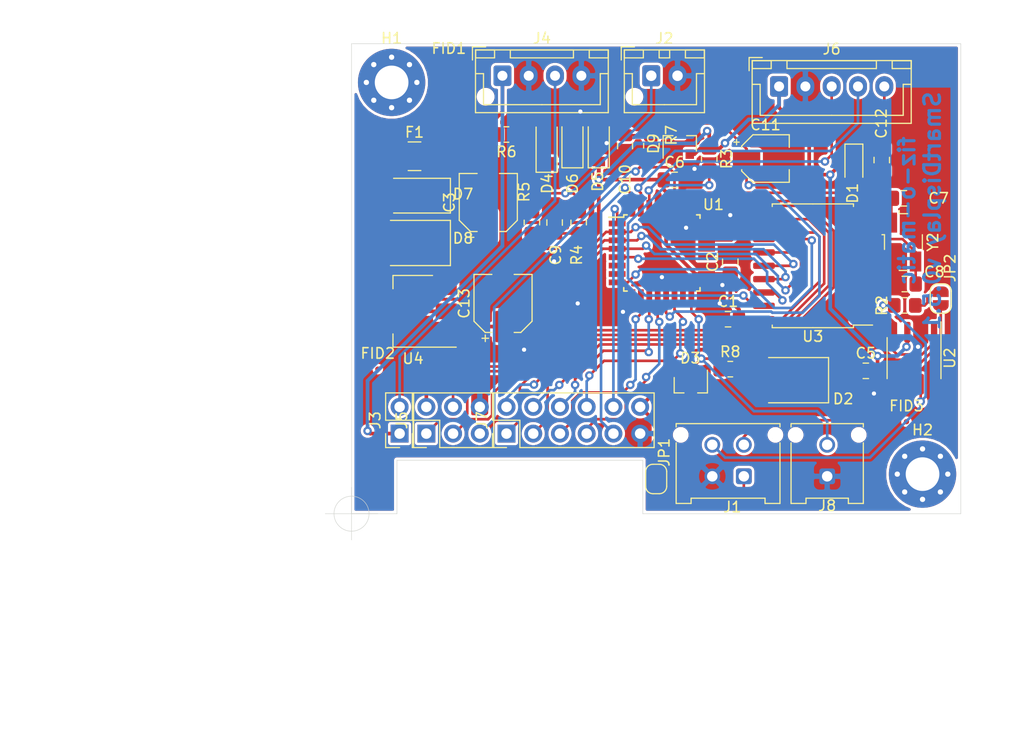
<source format=kicad_pcb>
(kicad_pcb (version 20171130) (host pcbnew "(5.1.12-1-10_14)")
  (layers (0 F.Cu signal) (31 B.Cu signal) (34 B.Paste user) (35 F.Paste user) (36 B.SilkS user) (37 F.SilkS user) (38 B.Mask user hide) (39 F.Mask user hide) (44 Edge.Cuts user))
  (net 0 "")
  (net 1 GND)
  (net 2 D6)
  (net 3 D7)
  (net 4 SCK)
  (net 5 MOSI)
  (net 6 MISO)
  (net 7 +5V)
  (net 8 RESET)
  (net 9 TXD)
  (net 10 RXD)
  (net 11 SCL)
  (net 12 SDA)
  (net 13 A3)
  (net 14 A2)
  (net 15 A1)
  (net 16 A0)
  (net 17 D9)
  (net 18 D8)
  (net 19 D4)
  (net 20 D3)
  (net 21 +12V)
  (net 22 "Net-(H1-Pad1)")
  (net 23 "Net-(H2-Pad1)")
  (net 24 "Net-(C7-Pad1)")
  (net 25 "Net-(C8-Pad1)")
  (net 26 INSTR.BEL)
  (net 27 "Net-(R3-Pad2)")
  (net 28 "Net-(C12-Pad1)")
  (net 29 "Net-(J1-Pad1)")
  (net 30 "Net-(J2-Pad1)")
  (net 31 "Net-(JP2-Pad1)")
  (net 32 CANH)
  (net 33 CANL)
  (net 34 "Net-(U2-Pad4)")
  (net 35 "Net-(U2-Pad1)")
  (net 36 1WIRE)
  (net 37 INT_CAN)
  (net 38 SS)
  (net 39 UPDI)
  (net 40 "Net-(C3-Pad1)")
  (net 41 "Net-(D7-Pad2)")
  (module Connector_JST:JST_XH_B4B-XH-A_1x04_P2.50mm_Vertical (layer F.Cu) (at 141.344 80.264)
    (fp_text reference J4 (at 3.75 -3.55) (layer F.SilkS))
    (fp_text value PWR)
    (pad 4 thru_hole oval (at 7.5 0) (size 1.7 1.95) (drill 0.95) (layers *.Cu *.Mask) (net 1 GND))
    (pad 3 thru_hole oval (at 5 0) (size 1.7 1.95) (drill 0.95) (layers *.Cu *.Mask) (net 26 INSTR.BEL))
    (pad 2 thru_hole oval (at 2.5 0) (size 1.7 1.95) (drill 0.95) (layers *.Cu *.Mask) (net 1 GND))
    (pad 1 thru_hole roundrect (at 0 0) (size 1.7 1.95) (drill 0.95) (layers *.Cu *.Mask) (roundrect_rratio 0.147059) (net 21 +12V))
  )
  (module Connector_JST:JST_XH_B2B-XH-A_1x02_P2.50mm_Vertical (layer F.Cu) (at 155.488 80.264)
    (fp_text reference J2 (at 1.25 -3.55) (layer F.SilkS))
    (fp_text value KEY)
    (pad 2 thru_hole oval (at 2.5 0) (size 1.7 2) (drill 1) (layers *.Cu *.Mask) (net 1 GND))
    (pad 1 thru_hole roundrect (at 0 0) (size 1.7 2) (drill 1) (layers *.Cu *.Mask) (roundrect_rratio 0.147059) (net 30 "Net-(J2-Pad1)"))
  )
  (module Connector_JST:JST_XH_B5B-XH-A_1x05_P2.50mm_Vertical (layer F.Cu) (at 167.64 81.28)
    (fp_text reference J6 (at 5 -3.55) (layer F.SilkS))
    (fp_text value PROG/SERIAL)
    (pad 5 thru_hole oval (at 10 0) (size 1.7 1.95) (drill 0.95) (layers *.Cu *.Mask) (net 28 "Net-(C12-Pad1)"))
    (pad 4 thru_hole oval (at 7.5 0) (size 1.7 1.95) (drill 0.95) (layers *.Cu *.Mask) (net 10 RXD))
    (pad 3 thru_hole oval (at 5 0) (size 1.7 1.95) (drill 0.95) (layers *.Cu *.Mask) (net 9 TXD))
    (pad 2 thru_hole oval (at 2.5 0) (size 1.7 1.95) (drill 0.95) (layers *.Cu *.Mask) (net 1 GND))
    (pad 1 thru_hole roundrect (at 0 0) (size 1.7 1.95) (drill 0.95) (layers *.Cu *.Mask) (roundrect_rratio 0.147059) (net 7 +5V))
  )
  (module Fiducial:Fiducial_0.5mm_Mask1mm (layer F.Cu) (at 179.75 113.17)
    (fp_text reference FID3 (at 0 -1.5) (layer F.SilkS))
    (fp_text value Fiducial)
    (pad "" smd circle (at 0 0) (size 0.5 0.5) (layers F.Cu F.Mask) (clearance 0.25))
  )
  (module Fiducial:Fiducial_0.5mm_Mask1mm (layer F.Cu) (at 129.5 108.17)
    (fp_text reference FID2 (at 0 -1.5) (layer F.SilkS))
    (fp_text value Fiducial)
    (pad "" smd circle (at 0 0) (size 0.5 0.5) (layers F.Cu F.Mask) (clearance 0.25))
  )
  (module Fiducial:Fiducial_0.5mm_Mask1mm (layer F.Cu) (at 136.25 79.17)
    (fp_text reference FID1 (at 0 -1.5) (layer F.SilkS))
    (fp_text value Fiducial)
    (pad "" smd circle (at 0 0) (size 0.5 0.5) (layers F.Cu F.Mask) (clearance 0.25))
  )
  (module Package_TO_SOT_SMD:SOT-23 (layer F.Cu) (at 158.2 86.72 90)
    (fp_text reference D9 (at 0 -2.5 90) (layer F.SilkS))
    (fp_text value BAT54S)
    (pad 3 smd rect (at 1 0 90) (size 0.9 0.8) (layers F.Cu F.Paste F.Mask) (net 13 A3))
    (pad 2 smd rect (at -1 0.95 90) (size 0.9 0.8) (layers F.Cu F.Paste F.Mask) (net 7 +5V))
    (pad 1 smd rect (at -1 -0.95 90) (size 0.9 0.8) (layers F.Cu F.Paste F.Mask) (net 1 GND))
  )
  (module Capacitor_SMD:CP_Elec_5x3.9 (layer F.Cu) (at 141.4 101.92 90)
    (fp_text reference C13 (at 0 -3.7 90) (layer F.SilkS))
    (fp_text value 22u)
    (pad 2 smd roundrect (at 2.2 0 90) (size 3 1.6) (layers F.Cu F.Paste F.Mask) (roundrect_rratio 0.15625) (net 1 GND))
    (pad 1 smd roundrect (at -2.2 0 90) (size 3 1.6) (layers F.Cu F.Paste F.Mask) (roundrect_rratio 0.15625) (net 7 +5V))
  )
  (module Capacitor_SMD:CP_Elec_5x3.9 (layer F.Cu) (at 140 92.32 90)
    (fp_text reference C3 (at 0 -3.7 90) (layer F.SilkS))
    (fp_text value 22u)
    (pad 2 smd roundrect (at 2.2 0 90) (size 3 1.6) (layers F.Cu F.Paste F.Mask) (roundrect_rratio 0.15625) (net 1 GND))
    (pad 1 smd roundrect (at -2.2 0 90) (size 3 1.6) (layers F.Cu F.Paste F.Mask) (roundrect_rratio 0.15625) (net 40 "Net-(C3-Pad1)"))
  )
  (module Package_TO_SOT_SMD:SOT-223-3_TabPin2 (layer F.Cu) (at 132.85 102.67 180)
    (fp_text reference U4 (at 0 -4.5) (layer F.SilkS))
    (fp_text value LT1117-5.0)
    (pad 1 smd rect (at -3.15 -2.3 180) (size 2 1.5) (layers F.Cu F.Paste F.Mask) (net 1 GND))
    (pad 3 smd rect (at -3.15 2.3 180) (size 2 1.5) (layers F.Cu F.Paste F.Mask) (net 40 "Net-(C3-Pad1)"))
    (pad 2 smd rect (at -3.15 0 180) (size 2 1.5) (layers F.Cu F.Paste F.Mask) (net 7 +5V))
    (pad 2 smd rect (at 3.15 0 180) (size 2 3.8) (layers F.Cu F.Paste F.Mask) (net 7 +5V))
  )
  (module Fuse:Fuse_1210_3225Metric_Pad1.42x2.65mm_HandSolder (layer F.Cu) (at 132.9875 87.92)
    (fp_text reference F1 (at 0 -2.28) (layer F.SilkS))
    (fp_text value Polyfuse)
    (pad 2 smd roundrect (at 1.4875 0) (size 1.425 2.65) (layers F.Cu F.Paste F.Mask) (roundrect_rratio 0.1754385964912281) (net 21 +12V))
    (pad 1 smd roundrect (at -1.4875 0) (size 1.425 2.65) (layers F.Cu F.Paste F.Mask) (roundrect_rratio 0.1754385964912281) (net 41 "Net-(D7-Pad2)"))
  )
  (module Diode_SMD:D_SMB (layer F.Cu) (at 132.85 96.17 180)
    (fp_text reference D8 (at -4.75 0.45) (layer F.SilkS))
    (fp_text value SMBJ15CA)
    (pad 2 smd rect (at 2.15 0 180) (size 2.5 2.3) (layers F.Cu F.Paste F.Mask) (net 1 GND))
    (pad 1 smd rect (at -2.15 0 180) (size 2.5 2.3) (layers F.Cu F.Paste F.Mask) (net 40 "Net-(C3-Pad1)"))
  )
  (module Diode_SMD:D_SMA (layer F.Cu) (at 133 91.67 180)
    (fp_text reference D7 (at -4.6 0.15) (layer F.SilkS))
    (fp_text value US1G)
    (pad 2 smd rect (at 2 0 180) (size 2.5 1.8) (layers F.Cu F.Paste F.Mask) (net 41 "Net-(D7-Pad2)"))
    (pad 1 smd rect (at -2 0 180) (size 2.5 1.8) (layers F.Cu F.Paste F.Mask) (net 40 "Net-(C3-Pad1)"))
  )
  (module Package_SO:SOIC-18W_7.5x11.6mm_P1.27mm (layer F.Cu) (at 170.85 98.34 180)
    (fp_text reference U3 (at 0 -6.72) (layer F.SilkS))
    (fp_text value MCP2515-xSO)
    (pad 18 smd roundrect (at 4.65 -5.08 180) (size 2.05 0.6) (layers F.Cu F.Paste F.Mask) (net 7 +5V))
    (pad 17 smd roundrect (at 4.65 -3.81 180) (size 2.05 0.6) (layers F.Cu F.Paste F.Mask) (net 27 "Net-(R3-Pad2)"))
    (pad 16 smd roundrect (at 4.65 -2.54 180) (size 2.05 0.6) (layers F.Cu F.Paste F.Mask) (net 38 SS))
    (pad 15 smd roundrect (at 4.65 -1.27 180) (size 2.05 0.6) (layers F.Cu F.Paste F.Mask) (net 6 MISO))
    (pad 14 smd roundrect (at 4.65 0 180) (size 2.05 0.6) (layers F.Cu F.Paste F.Mask) (net 5 MOSI))
    (pad 13 smd roundrect (at 4.65 1.27 180) (size 2.05 0.6) (layers F.Cu F.Paste F.Mask) (net 4 SCK))
    (pad 12 smd roundrect (at 4.65 2.54 180) (size 2.05 0.6) (layers F.Cu F.Paste F.Mask) (net 37 INT_CAN))
    (pad 11 smd roundrect (at 4.65 3.81 180) (size 2.05 0.6) (layers F.Cu F.Paste F.Mask))
    (pad 10 smd roundrect (at 4.65 5.08 180) (size 2.05 0.6) (layers F.Cu F.Paste F.Mask))
    (pad 9 smd roundrect (at -4.65 5.08 180) (size 2.05 0.6) (layers F.Cu F.Paste F.Mask) (net 1 GND))
    (pad 8 smd roundrect (at -4.65 3.81 180) (size 2.05 0.6) (layers F.Cu F.Paste F.Mask) (net 24 "Net-(C7-Pad1)"))
    (pad 7 smd roundrect (at -4.65 2.54 180) (size 2.05 0.6) (layers F.Cu F.Paste F.Mask) (net 25 "Net-(C8-Pad1)"))
    (pad 6 smd roundrect (at -4.65 1.27 180) (size 2.05 0.6) (layers F.Cu F.Paste F.Mask))
    (pad 5 smd roundrect (at -4.65 0 180) (size 2.05 0.6) (layers F.Cu F.Paste F.Mask))
    (pad 4 smd roundrect (at -4.65 -1.27 180) (size 2.05 0.6) (layers F.Cu F.Paste F.Mask))
    (pad 3 smd roundrect (at -4.65 -2.54 180) (size 2.05 0.6) (layers F.Cu F.Paste F.Mask))
    (pad 2 smd roundrect (at -4.65 -3.81 180) (size 2.05 0.6) (layers F.Cu F.Paste F.Mask) (net 34 "Net-(U2-Pad4)"))
    (pad 1 smd roundrect (at -4.65 -5.08 180) (size 2.05 0.6) (layers F.Cu F.Paste F.Mask) (net 35 "Net-(U2-Pad1)"))
  )
  (module Resistor_SMD:R_0805_2012Metric_Pad1.20x1.40mm_HandSolder (layer F.Cu) (at 163 108.17)
    (fp_text reference R8 (at 0 -1.65) (layer F.SilkS))
    (fp_text value 4,7k)
    (pad 2 smd roundrect (at 1 0) (size 1.2 1.4) (layers F.Cu F.Paste F.Mask) (roundrect_rratio 0.2083325) (net 7 +5V))
    (pad 1 smd roundrect (at -1 0) (size 1.2 1.4) (layers F.Cu F.Paste F.Mask) (roundrect_rratio 0.2083325) (net 36 1WIRE))
  )
  (module Resistor_SMD:R_0805_2012Metric_Pad1.20x1.40mm_HandSolder (layer F.Cu) (at 155.5 86.92 270)
    (fp_text reference R7 (at -1 -1.9 90) (layer F.SilkS))
    (fp_text value 4,7k)
    (pad 2 smd roundrect (at 1 0 270) (size 1.2 1.4) (layers F.Cu F.Paste F.Mask) (roundrect_rratio 0.2083325) (net 1 GND))
    (pad 1 smd roundrect (at -1 0 270) (size 1.2 1.4) (layers F.Cu F.Paste F.Mask) (roundrect_rratio 0.2083325) (net 13 A3))
  )
  (module Resistor_SMD:R_0805_2012Metric_Pad1.20x1.40mm_HandSolder (layer F.Cu) (at 141.723 85.852 180)
    (fp_text reference R6 (at 0 -1.65) (layer F.SilkS))
    (fp_text value 15k)
    (pad 2 smd roundrect (at 1 0 180) (size 1.2 1.4) (layers F.Cu F.Paste F.Mask) (roundrect_rratio 0.2083325) (net 21 +12V))
    (pad 1 smd roundrect (at -1 0 180) (size 1.2 1.4) (layers F.Cu F.Paste F.Mask) (roundrect_rratio 0.2083325) (net 13 A3))
  )
  (module Resistor_SMD:R_0805_2012Metric_Pad1.20x1.40mm_HandSolder (layer F.Cu) (at 144.145 94.225 270)
    (fp_text reference R5 (at -2.905 0.745 90) (layer F.SilkS))
    (fp_text value 1k)
    (pad 2 smd roundrect (at 1 0 270) (size 1.2 1.4) (layers F.Cu F.Paste F.Mask) (roundrect_rratio 0.2083325) (net 7 +5V))
    (pad 1 smd roundrect (at -1 0 270) (size 1.2 1.4) (layers F.Cu F.Paste F.Mask) (roundrect_rratio 0.2083325) (net 30 "Net-(J2-Pad1)"))
  )
  (module Resistor_SMD:R_0805_2012Metric_Pad1.20x1.40mm_HandSolder (layer F.Cu) (at 148.59 94.225 270)
    (fp_text reference R4 (at 3.095 0.19 90) (layer F.SilkS))
    (fp_text value 10k)
    (pad 2 smd roundrect (at 1 0 270) (size 1.2 1.4) (layers F.Cu F.Paste F.Mask) (roundrect_rratio 0.2083325) (net 20 D3))
    (pad 1 smd roundrect (at -1 0 270) (size 1.2 1.4) (layers F.Cu F.Paste F.Mask) (roundrect_rratio 0.2083325) (net 30 "Net-(J2-Pad1)"))
  )
  (module Resistor_SMD:R_0805_2012Metric_Pad1.20x1.40mm_HandSolder (layer F.Cu) (at 161 88.17 270)
    (fp_text reference R3 (at 0 -1.65 90) (layer F.SilkS))
    (fp_text value 10k)
    (pad 2 smd roundrect (at 1 0 270) (size 1.2 1.4) (layers F.Cu F.Paste F.Mask) (roundrect_rratio 0.2083325) (net 27 "Net-(R3-Pad2)"))
    (pad 1 smd roundrect (at -1 0 270) (size 1.2 1.4) (layers F.Cu F.Paste F.Mask) (roundrect_rratio 0.2083325) (net 7 +5V))
  )
  (module Resistor_SMD:R_0805_2012Metric_Pad1.20x1.40mm_HandSolder (layer F.Cu) (at 179.587 102.108 180)
    (fp_text reference R2 (at 2.187 -0.012 90) (layer F.SilkS))
    (fp_text value 120)
    (pad 2 smd roundrect (at 1 0 180) (size 1.2 1.4) (layers F.Cu F.Paste F.Mask) (roundrect_rratio 0.2083325) (net 32 CANH))
    (pad 1 smd roundrect (at -1 0 180) (size 1.2 1.4) (layers F.Cu F.Paste F.Mask) (roundrect_rratio 0.2083325) (net 31 "Net-(JP2-Pad1)"))
  )
  (module Capacitor_SMD:C_0805_2012Metric_Pad1.18x1.45mm_HandSolder (layer F.Cu) (at 177.4 88.2825 270)
    (fp_text reference C12 (at -3.481 0.045 90) (layer F.SilkS))
    (fp_text value 100n)
    (pad 2 smd roundrect (at 1.0375 0 270) (size 1.175 1.45) (layers F.Cu F.Paste F.Mask) (roundrect_rratio 0.2127659574468085) (net 8 RESET))
    (pad 1 smd roundrect (at -1.0375 0 270) (size 1.175 1.45) (layers F.Cu F.Paste F.Mask) (roundrect_rratio 0.2127659574468085) (net 28 "Net-(C12-Pad1)"))
  )
  (module Capacitor_SMD:C_0805_2012Metric_Pad1.18x1.45mm_HandSolder (layer F.Cu) (at 146.304 94.225 90)
    (fp_text reference C9 (at -3.095 0.096 90) (layer F.SilkS))
    (fp_text value 100n)
    (pad 2 smd roundrect (at 1.0375 0 90) (size 1.175 1.45) (layers F.Cu F.Paste F.Mask) (roundrect_rratio 0.2127659574468085) (net 1 GND))
    (pad 1 smd roundrect (at -1.0375 0 90) (size 1.175 1.45) (layers F.Cu F.Paste F.Mask) (roundrect_rratio 0.2127659574468085) (net 20 D3))
  )
  (module Capacitor_SMD:C_0805_2012Metric_Pad1.18x1.45mm_HandSolder (layer F.Cu) (at 179.587 100.076 180)
    (fp_text reference C8 (at -2.813 1.156) (layer F.SilkS))
    (fp_text value 22p)
    (pad 2 smd roundrect (at 1.0375 0 180) (size 1.175 1.45) (layers F.Cu F.Paste F.Mask) (roundrect_rratio 0.2127659574468085) (net 1 GND))
    (pad 1 smd roundrect (at -1.0375 0 180) (size 1.175 1.45) (layers F.Cu F.Paste F.Mask) (roundrect_rratio 0.2127659574468085) (net 25 "Net-(C8-Pad1)"))
  )
  (module Capacitor_SMD:C_0805_2012Metric_Pad1.18x1.45mm_HandSolder (layer F.Cu) (at 179.5 91.92)
    (fp_text reference C7 (at 3.3 0) (layer F.SilkS))
    (fp_text value 22p)
    (pad 2 smd roundrect (at 1.0375 0) (size 1.175 1.45) (layers F.Cu F.Paste F.Mask) (roundrect_rratio 0.2127659574468085) (net 1 GND))
    (pad 1 smd roundrect (at -1.0375 0) (size 1.175 1.45) (layers F.Cu F.Paste F.Mask) (roundrect_rratio 0.2127659574468085) (net 24 "Net-(C7-Pad1)"))
  )
  (module Capacitor_SMD:C_0805_2012Metric_Pad1.18x1.45mm_HandSolder (layer F.Cu) (at 157.7125 90.17)
    (fp_text reference C6 (at 0 -1.68) (layer F.SilkS))
    (fp_text value 100n)
    (pad 2 smd roundrect (at 1.0375 0) (size 1.175 1.45) (layers F.Cu F.Paste F.Mask) (roundrect_rratio 0.2127659574468085) (net 1 GND))
    (pad 1 smd roundrect (at -1.0375 0) (size 1.175 1.45) (layers F.Cu F.Paste F.Mask) (roundrect_rratio 0.2127659574468085) (net 7 +5V))
  )
  (module Capacitor_SMD:C_0805_2012Metric_Pad1.18x1.45mm_HandSolder (layer F.Cu) (at 175.886 108.331)
    (fp_text reference C5 (at 0 -1.68) (layer F.SilkS))
    (fp_text value 100n)
    (pad 2 smd roundrect (at 1.0375 0) (size 1.175 1.45) (layers F.Cu F.Paste F.Mask) (roundrect_rratio 0.2127659574468085) (net 7 +5V))
    (pad 1 smd roundrect (at -1.0375 0) (size 1.175 1.45) (layers F.Cu F.Paste F.Mask) (roundrect_rratio 0.2127659574468085) (net 1 GND))
  )
  (module Capacitor_SMD:C_0805_2012Metric_Pad1.18x1.45mm_HandSolder (layer F.Cu) (at 163 97.9575 90)
    (fp_text reference C2 (at 0 -1.68 90) (layer F.SilkS))
    (fp_text value 100n)
    (pad 2 smd roundrect (at 1.0375 0 90) (size 1.175 1.45) (layers F.Cu F.Paste F.Mask) (roundrect_rratio 0.2127659574468085) (net 1 GND))
    (pad 1 smd roundrect (at -1.0375 0 90) (size 1.175 1.45) (layers F.Cu F.Paste F.Mask) (roundrect_rratio 0.2127659574468085) (net 7 +5V))
  )
  (module Capacitor_SMD:C_0805_2012Metric_Pad1.18x1.45mm_HandSolder (layer F.Cu) (at 162.7875 103.42)
    (fp_text reference C1 (at 0 -1.68) (layer F.SilkS))
    (fp_text value 100n)
    (pad 2 smd roundrect (at 1.0375 0) (size 1.175 1.45) (layers F.Cu F.Paste F.Mask) (roundrect_rratio 0.2127659574468085) (net 7 +5V))
    (pad 1 smd roundrect (at -1.0375 0) (size 1.175 1.45) (layers F.Cu F.Paste F.Mask) (roundrect_rratio 0.2127659574468085) (net 1 GND))
  )
  (module Diode_SMD:D_SOD-123 (layer F.Cu) (at 148 86.77 90)
    (fp_text reference D6 (at -3.75 0 90) (layer F.SilkS))
    (fp_text value BAT42W-V)
    (pad 2 smd rect (at 1.65 0 90) (size 0.9 1.2) (layers F.Cu F.Paste F.Mask) (net 1 GND))
    (pad 1 smd rect (at -1.65 0 90) (size 0.9 1.2) (layers F.Cu F.Paste F.Mask) (net 13 A3))
  )
  (module Diode_SMD:D_SOD-123 (layer F.Cu) (at 150.5 86.77 90)
    (fp_text reference D5 (at -3.55 -0.1 90) (layer F.SilkS))
    (fp_text value BAT42W-V)
    (pad 2 smd rect (at 1.65 0 90) (size 0.9 1.2) (layers F.Cu F.Paste F.Mask) (net 13 A3))
    (pad 1 smd rect (at -1.65 0 90) (size 0.9 1.2) (layers F.Cu F.Paste F.Mask) (net 7 +5V))
  )
  (module Package_QFP:TQFP-32_7x7mm_P0.8mm (layer F.Cu) (at 156.5 97.12)
    (fp_text reference U1 (at 4.9 -4.6) (layer F.SilkS))
    (fp_text value ATmega4808-A)
    (pad 32 smd rect (at -2.8 -4.25 90) (size 1.6 0.55) (layers F.Cu F.Paste F.Mask) (net 12 SDA))
    (pad 31 smd rect (at -2 -4.25 90) (size 1.6 0.55) (layers F.Cu F.Paste F.Mask) (net 10 RXD))
    (pad 30 smd rect (at -1.2 -4.25 90) (size 1.6 0.55) (layers F.Cu F.Paste F.Mask) (net 9 TXD))
    (pad 29 smd rect (at -0.4 -4.25 90) (size 1.6 0.55) (layers F.Cu F.Paste F.Mask) (net 1 GND))
    (pad 28 smd rect (at 0.4 -4.25 90) (size 1.6 0.55) (layers F.Cu F.Paste F.Mask) (net 7 +5V))
    (pad 27 smd rect (at 1.2 -4.25 90) (size 1.6 0.55) (layers F.Cu F.Paste F.Mask) (net 39 UPDI))
    (pad 26 smd rect (at 2 -4.25 90) (size 1.6 0.55) (layers F.Cu F.Paste F.Mask) (net 8 RESET))
    (pad 25 smd rect (at 2.8 -4.25 90) (size 1.6 0.55) (layers F.Cu F.Paste F.Mask) (net 17 D9))
    (pad 24 smd rect (at 4.25 -2.8) (size 1.6 0.55) (layers F.Cu F.Paste F.Mask) (net 18 D8))
    (pad 23 smd rect (at 4.25 -2) (size 1.6 0.55) (layers F.Cu F.Paste F.Mask) (net 3 D7))
    (pad 22 smd rect (at 4.25 -1.2) (size 1.6 0.55) (layers F.Cu F.Paste F.Mask) (net 2 D6))
    (pad 21 smd rect (at 4.25 -0.4) (size 1.6 0.55) (layers F.Cu F.Paste F.Mask))
    (pad 20 smd rect (at 4.25 0.4) (size 1.6 0.55) (layers F.Cu F.Paste F.Mask))
    (pad 19 smd rect (at 4.25 1.2) (size 1.6 0.55) (layers F.Cu F.Paste F.Mask) (net 1 GND))
    (pad 18 smd rect (at 4.25 2) (size 1.6 0.55) (layers F.Cu F.Paste F.Mask) (net 7 +5V))
    (pad 17 smd rect (at 4.25 2.8) (size 1.6 0.55) (layers F.Cu F.Paste F.Mask))
    (pad 16 smd rect (at 2.8 4.25 90) (size 1.6 0.55) (layers F.Cu F.Paste F.Mask) (net 36 1WIRE))
    (pad 15 smd rect (at 2 4.25 90) (size 1.6 0.55) (layers F.Cu F.Paste F.Mask))
    (pad 14 smd rect (at 1.2 4.25 90) (size 1.6 0.55) (layers F.Cu F.Paste F.Mask) (net 19 D4))
    (pad 13 smd rect (at 0.4 4.25 90) (size 1.6 0.55) (layers F.Cu F.Paste F.Mask) (net 13 A3))
    (pad 12 smd rect (at -0.4 4.25 90) (size 1.6 0.55) (layers F.Cu F.Paste F.Mask) (net 14 A2))
    (pad 11 smd rect (at -1.2 4.25 90) (size 1.6 0.55) (layers F.Cu F.Paste F.Mask) (net 15 A1))
    (pad 10 smd rect (at -2 4.25 90) (size 1.6 0.55) (layers F.Cu F.Paste F.Mask) (net 16 A0))
    (pad 9 smd rect (at -2.8 4.25 90) (size 1.6 0.55) (layers F.Cu F.Paste F.Mask))
    (pad 8 smd rect (at -4.25 2.8) (size 1.6 0.55) (layers F.Cu F.Paste F.Mask) (net 37 INT_CAN))
    (pad 7 smd rect (at -4.25 2) (size 1.6 0.55) (layers F.Cu F.Paste F.Mask))
    (pad 6 smd rect (at -4.25 1.2) (size 1.6 0.55) (layers F.Cu F.Paste F.Mask))
    (pad 5 smd rect (at -4.25 0.4) (size 1.6 0.55) (layers F.Cu F.Paste F.Mask) (net 38 SS))
    (pad 4 smd rect (at -4.25 -0.4) (size 1.6 0.55) (layers F.Cu F.Paste F.Mask) (net 4 SCK))
    (pad 3 smd rect (at -4.25 -1.2) (size 1.6 0.55) (layers F.Cu F.Paste F.Mask) (net 6 MISO))
    (pad 2 smd rect (at -4.25 -2) (size 1.6 0.55) (layers F.Cu F.Paste F.Mask) (net 5 MOSI))
    (pad 1 smd rect (at -4.25 -2.8) (size 1.6 0.55) (layers F.Cu F.Paste F.Mask) (net 11 SCL))
  )
  (module Package_TO_SOT_SMD:SOT-23 (layer F.Cu) (at 159.25 109.67 270)
    (fp_text reference D3 (at -2.55 0.05 180) (layer F.SilkS))
    (fp_text value BAT54S)
    (pad 3 smd rect (at 1 0 270) (size 0.9 0.8) (layers F.Cu F.Paste F.Mask) (net 36 1WIRE))
    (pad 2 smd rect (at -1 0.95 270) (size 0.9 0.8) (layers F.Cu F.Paste F.Mask) (net 7 +5V))
    (pad 1 smd rect (at -1 -0.95 270) (size 0.9 0.8) (layers F.Cu F.Paste F.Mask) (net 1 GND))
  )
  (module Connector_PinHeader_2.54mm:PinHeader_2x03_P2.54mm_Vertical (layer F.Cu) (at 134.112 114.3 90)
    (fp_text reference J5 (at 1.27 -2.33 90) (layer F.SilkS))
    (fp_text value ISP)
    (pad 6 thru_hole oval (at 2.54 5.08 90) (size 1.7 1.7) (drill 1) (layers *.Cu *.Mask) (net 1 GND))
    (pad 5 thru_hole oval (at 0 5.08 90) (size 1.7 1.7) (drill 1) (layers *.Cu *.Mask) (net 39 UPDI))
    (pad 4 thru_hole oval (at 2.54 2.54 90) (size 1.7 1.7) (drill 1) (layers *.Cu *.Mask) (net 5 MOSI))
    (pad 3 thru_hole oval (at 0 2.54 90) (size 1.7 1.7) (drill 1) (layers *.Cu *.Mask) (net 4 SCK))
    (pad 2 thru_hole oval (at 2.54 0 90) (size 1.7 1.7) (drill 1) (layers *.Cu *.Mask) (net 7 +5V))
    (pad 1 thru_hole rect (at 0 0 90) (size 1.7 1.7) (drill 1) (layers *.Cu *.Mask) (net 6 MISO))
  )
  (module Connector_PinHeader_2.54mm:PinHeader_2x01_P2.54mm_Vertical (layer F.Cu) (at 131.572 114.3 90)
    (fp_text reference J3 (at 1.27 -2.33 90) (layer F.SilkS))
    (fp_text value +12V)
    (pad 2 thru_hole oval (at 2.54 0 90) (size 1.7 1.7) (drill 1) (layers *.Cu *.Mask) (net 26 INSTR.BEL))
    (pad 1 thru_hole rect (at 0 0 90) (size 1.7 1.7) (drill 1) (layers *.Cu *.Mask) (net 21 +12V))
  )
  (module Connector_PinHeader_2.54mm:PinHeader_2x06_P2.54mm_Vertical (layer F.Cu) (at 141.732 114.3 90)
    (fp_text reference J7 (at 1.27 -2.33 90) (layer F.SilkS))
    (fp_text value EXT)
    (pad 12 thru_hole oval (at 2.54 12.7 90) (size 1.7 1.7) (drill 1) (layers *.Cu *.Mask) (net 7 +5V))
    (pad 11 thru_hole oval (at 0 12.7 90) (size 1.7 1.7) (drill 1) (layers *.Cu *.Mask) (net 1 GND))
    (pad 10 thru_hole oval (at 2.54 10.16 90) (size 1.7 1.7) (drill 1) (layers *.Cu *.Mask) (net 11 SCL))
    (pad 9 thru_hole oval (at 0 10.16 90) (size 1.7 1.7) (drill 1) (layers *.Cu *.Mask) (net 12 SDA))
    (pad 8 thru_hole oval (at 2.54 7.62 90) (size 1.7 1.7) (drill 1) (layers *.Cu *.Mask) (net 19 D4))
    (pad 7 thru_hole oval (at 0 7.62 90) (size 1.7 1.7) (drill 1) (layers *.Cu *.Mask) (net 14 A2))
    (pad 6 thru_hole oval (at 2.54 5.08 90) (size 1.7 1.7) (drill 1) (layers *.Cu *.Mask) (net 15 A1))
    (pad 5 thru_hole oval (at 0 5.08 90) (size 1.7 1.7) (drill 1) (layers *.Cu *.Mask) (net 16 A0))
    (pad 4 thru_hole oval (at 2.54 2.54 90) (size 1.7 1.7) (drill 1) (layers *.Cu *.Mask) (net 17 D9))
    (pad 3 thru_hole oval (at 0 2.54 90) (size 1.7 1.7) (drill 1) (layers *.Cu *.Mask) (net 18 D8))
    (pad 2 thru_hole oval (at 2.54 0 90) (size 1.7 1.7) (drill 1) (layers *.Cu *.Mask) (net 3 D7))
    (pad 1 thru_hole rect (at 0 0 90) (size 1.7 1.7) (drill 1) (layers *.Cu *.Mask) (net 2 D6))
  )
  (module Diode_SMD:D_SMB (layer F.Cu) (at 168.792 109.22 180)
    (fp_text reference D2 (at -4.944 -1.778) (layer F.SilkS))
    (fp_text value SMBJ5.0CA)
    (pad 2 smd rect (at 2.15 0 180) (size 2.5 2.3) (layers F.Cu F.Paste F.Mask) (net 1 GND))
    (pad 1 smd rect (at -2.15 0 180) (size 2.5 2.3) (layers F.Cu F.Paste F.Mask) (net 7 +5V))
  )
  (module Connector_Molex:Molex_Micro-Fit_3.0_43045-0212_2x01_P3.00mm_Vertical (layer F.Cu) (at 172.212 118.364 180)
    (fp_text reference J8 (at 0 -2.794) (layer F.SilkS))
    (fp_text value 1Wire)
    (pad 2 thru_hole circle (at 0 3 180) (size 1.5 1.5) (drill 1) (layers *.Cu *.Mask) (net 36 1WIRE))
    (pad 1 thru_hole roundrect (at 0 0 180) (size 1.5 1.5) (drill 1) (layers *.Cu *.Mask) (roundrect_rratio 0.1666666666666667) (net 1 GND))
    (pad "" np_thru_hole circle (at 3 3.94 180) (size 1 1) (drill 1) (layers *.Cu *.Mask))
    (pad "" np_thru_hole circle (at -3 3.94 180) (size 1 1) (drill 1) (layers *.Cu *.Mask))
  )
  (module Diode_SMD:D_SOD-323_HandSoldering (layer F.Cu) (at 174.752 88.666 270)
    (fp_text reference D1 (at 2.774 0.127 90) (layer F.SilkS))
    (fp_text value 1N5818)
    (pad 2 smd rect (at 1.25 0 270) (size 1 1) (layers F.Cu F.Paste F.Mask) (net 8 RESET))
    (pad 1 smd rect (at -1.25 0 270) (size 1 1) (layers F.Cu F.Paste F.Mask) (net 7 +5V))
  )
  (module Crystal:Crystal_SMD_EuroQuartz_MJ-4Pin_5.0x3.2mm (layer F.Cu) (at 179.458 96.084 270)
    (fp_text reference Y2 (at 0 -2.8 90) (layer F.SilkS))
    (fp_text value 16MHz)
    (pad 4 smd rect (at -1.85 -1.15 270) (size 1.9 1.1) (layers F.Cu F.Paste F.Mask) (net 1 GND))
    (pad 3 smd rect (at 1.85 -1.15 270) (size 1.9 1.1) (layers F.Cu F.Paste F.Mask) (net 25 "Net-(C8-Pad1)"))
    (pad 2 smd rect (at 1.85 1.15 270) (size 1.9 1.1) (layers F.Cu F.Paste F.Mask) (net 1 GND))
    (pad 1 smd rect (at -1.85 1.15 270) (size 1.9 1.1) (layers F.Cu F.Paste F.Mask) (net 24 "Net-(C7-Pad1)"))
  )
  (module Jumper:SolderJumper-2_P1.3mm_Open_RoundedPad1.0x1.5mm (layer F.Cu) (at 155.956 118.618 270)
    (fp_text reference JP1 (at -2.54 -0.762 90) (layer F.SilkS))
    (fp_text value CAN_PWR)
    (pad 2 smd custom (at 0.65 0 270) (size 1 0.5) (layers F.Cu F.Mask) (net 29 "Net-(J1-Pad1)") (options (clearance outline) (anchor rect)) (primitives (gr_circle (center 0 0.25) (end 0.5 0.25) (width 0)) (gr_circle (center 0 -0.25) (end 0.5 -0.25) (width 0)) (gr_poly (pts (xy 0 -0.75) (xy -0.5 -0.75) (xy -0.5 0.75) (xy 0 0.75)) (width 0))))
    (pad 1 smd custom (at -0.65 0 270) (size 1 0.5) (layers F.Cu F.Mask) (net 7 +5V) (options (clearance outline) (anchor rect)) (primitives (gr_circle (center 0 0.25) (end 0.5 0.25) (width 0)) (gr_circle (center 0 -0.25) (end 0.5 -0.25) (width 0)) (gr_poly (pts (xy 0 -0.75) (xy 0.5 -0.75) (xy 0.5 0.75) (xy 0 0.75)) (width 0))))
  )
  (module Diode_SMD:D_MiniMELF (layer F.Cu) (at 145.542 86.896 90)
    (fp_text reference D4 (at -3.624 0.058 90) (layer F.SilkS))
    (fp_text value BZV55-C12)
    (pad 2 smd rect (at 1.75 0 90) (size 1.3 1.7) (layers F.Cu F.Paste F.Mask) (net 1 GND))
    (pad 1 smd rect (at -1.75 0 90) (size 1.3 1.7) (layers F.Cu F.Paste F.Mask) (net 13 A3))
  )
  (module Capacitor_SMD:CP_Elec_4x3.9 (layer F.Cu) (at 166.348 88.138)
    (fp_text reference C11 (at 0 -3.2) (layer F.SilkS))
    (fp_text value 22u)
    (pad 2 smd roundrect (at 1.8 0) (size 2.6 1.6) (layers F.Cu F.Paste F.Mask) (roundrect_rratio 0.15625) (net 1 GND))
    (pad 1 smd roundrect (at -1.8 0) (size 2.6 1.6) (layers F.Cu F.Paste F.Mask) (roundrect_rratio 0.15625) (net 13 A3))
  )
  (module Capacitor_SMD:C_0805_2012Metric_Pad1.15x1.40mm_HandSolder (layer F.Cu) (at 153 86.945 270)
    (fp_text reference C10 (at 3.175 0 90) (layer F.SilkS))
    (fp_text value 100n)
    (pad 2 smd roundrect (at 1.025 0 270) (size 1.15 1.4) (layers F.Cu F.Paste F.Mask) (roundrect_rratio 0.2173904347826087) (net 1 GND))
    (pad 1 smd roundrect (at -1.025 0 270) (size 1.15 1.4) (layers F.Cu F.Paste F.Mask) (roundrect_rratio 0.2173904347826087) (net 13 A3))
  )
  (module MountingHole:MountingHole_3.2mm_M3_Pad_Via (layer F.Cu) (at 181.275056 118.156056)
    (fp_text reference H2 (at 0 -4.2) (layer F.SilkS))
    (fp_text value MountingHole_Pad)
    (pad 1 thru_hole circle (at 1.697056 -1.697056) (size 0.8 0.8) (drill 0.5) (layers *.Cu *.Mask) (net 23 "Net-(H2-Pad1)"))
    (pad 1 thru_hole circle (at 0 -2.4) (size 0.8 0.8) (drill 0.5) (layers *.Cu *.Mask) (net 23 "Net-(H2-Pad1)"))
    (pad 1 thru_hole circle (at -1.697056 -1.697056) (size 0.8 0.8) (drill 0.5) (layers *.Cu *.Mask) (net 23 "Net-(H2-Pad1)"))
    (pad 1 thru_hole circle (at -2.4 0) (size 0.8 0.8) (drill 0.5) (layers *.Cu *.Mask) (net 23 "Net-(H2-Pad1)"))
    (pad 1 thru_hole circle (at -1.697056 1.697056) (size 0.8 0.8) (drill 0.5) (layers *.Cu *.Mask) (net 23 "Net-(H2-Pad1)"))
    (pad 1 thru_hole circle (at 0 2.4) (size 0.8 0.8) (drill 0.5) (layers *.Cu *.Mask) (net 23 "Net-(H2-Pad1)"))
    (pad 1 thru_hole circle (at 1.697056 1.697056) (size 0.8 0.8) (drill 0.5) (layers *.Cu *.Mask) (net 23 "Net-(H2-Pad1)"))
    (pad 1 thru_hole circle (at 2.4 0) (size 0.8 0.8) (drill 0.5) (layers *.Cu *.Mask) (net 23 "Net-(H2-Pad1)"))
    (pad 1 thru_hole circle (at 0 0) (size 6.4 6.4) (drill 3.2) (layers *.Cu *.Mask) (net 23 "Net-(H2-Pad1)"))
  )
  (module MountingHole:MountingHole_3.2mm_M3_Pad_Via (layer F.Cu) (at 130.81 80.899)
    (fp_text reference H1 (at 0 -4.2) (layer F.SilkS))
    (fp_text value MountingHole_Pad)
    (pad 1 thru_hole circle (at 1.697056 -1.697056) (size 0.8 0.8) (drill 0.5) (layers *.Cu *.Mask) (net 22 "Net-(H1-Pad1)"))
    (pad 1 thru_hole circle (at 0 -2.4) (size 0.8 0.8) (drill 0.5) (layers *.Cu *.Mask) (net 22 "Net-(H1-Pad1)"))
    (pad 1 thru_hole circle (at -1.697056 -1.697056) (size 0.8 0.8) (drill 0.5) (layers *.Cu *.Mask) (net 22 "Net-(H1-Pad1)"))
    (pad 1 thru_hole circle (at -2.4 0) (size 0.8 0.8) (drill 0.5) (layers *.Cu *.Mask) (net 22 "Net-(H1-Pad1)"))
    (pad 1 thru_hole circle (at -1.697056 1.697056) (size 0.8 0.8) (drill 0.5) (layers *.Cu *.Mask) (net 22 "Net-(H1-Pad1)"))
    (pad 1 thru_hole circle (at 0 2.4) (size 0.8 0.8) (drill 0.5) (layers *.Cu *.Mask) (net 22 "Net-(H1-Pad1)"))
    (pad 1 thru_hole circle (at 1.697056 1.697056) (size 0.8 0.8) (drill 0.5) (layers *.Cu *.Mask) (net 22 "Net-(H1-Pad1)"))
    (pad 1 thru_hole circle (at 2.4 0) (size 0.8 0.8) (drill 0.5) (layers *.Cu *.Mask) (net 22 "Net-(H1-Pad1)"))
    (pad 1 thru_hole circle (at 0 0) (size 6.4 6.4) (drill 3.2) (layers *.Cu *.Mask) (net 22 "Net-(H1-Pad1)"))
  )
  (module Package_SO:SOIC-8_3.9x4.9mm_P1.27mm (layer F.Cu) (at 180.467 107.123 270)
    (fp_text reference U2 (at 0 -3.4 90) (layer F.SilkS))
    (fp_text value MCP2562-E-SN)
    (pad 8 smd roundrect (at 2.475 -1.905 270) (size 1.95 0.6) (layers F.Cu F.Paste F.Mask) (net 1 GND))
    (pad 7 smd roundrect (at 2.475 -0.635 270) (size 1.95 0.6) (layers F.Cu F.Paste F.Mask) (net 32 CANH))
    (pad 6 smd roundrect (at 2.475 0.635 270) (size 1.95 0.6) (layers F.Cu F.Paste F.Mask) (net 33 CANL))
    (pad 5 smd roundrect (at 2.475 1.905 270) (size 1.95 0.6) (layers F.Cu F.Paste F.Mask) (net 7 +5V))
    (pad 4 smd roundrect (at -2.475 1.905 270) (size 1.95 0.6) (layers F.Cu F.Paste F.Mask) (net 34 "Net-(U2-Pad4)"))
    (pad 3 smd roundrect (at -2.475 0.635 270) (size 1.95 0.6) (layers F.Cu F.Paste F.Mask) (net 7 +5V))
    (pad 2 smd roundrect (at -2.475 -0.635 270) (size 1.95 0.6) (layers F.Cu F.Paste F.Mask) (net 1 GND))
    (pad 1 smd roundrect (at -2.475 -1.905 270) (size 1.95 0.6) (layers F.Cu F.Paste F.Mask) (net 35 "Net-(U2-Pad1)"))
  )
  (module Connector_Molex:Molex_Micro-Fit_3.0_43045-0412_2x02_P3.00mm_Vertical (layer F.Cu) (at 164.29 118.364 180)
    (fp_text reference J1 (at 1.095 -2.921) (layer F.SilkS))
    (fp_text value CAN)
    (pad 4 thru_hole circle (at 3 3 180) (size 1.5 1.5) (drill 1) (layers *.Cu *.Mask) (net 32 CANH))
    (pad 3 thru_hole circle (at 0 3 180) (size 1.5 1.5) (drill 1) (layers *.Cu *.Mask) (net 33 CANL))
    (pad 2 thru_hole circle (at 3 0 180) (size 1.5 1.5) (drill 1) (layers *.Cu *.Mask) (net 1 GND))
    (pad 1 thru_hole roundrect (at 0 0 180) (size 1.5 1.5) (drill 1) (layers *.Cu *.Mask) (roundrect_rratio 0.1666666666666667) (net 29 "Net-(J1-Pad1)"))
    (pad "" np_thru_hole circle (at 6 3.94 180) (size 1 1) (drill 1) (layers *.Cu *.Mask))
    (pad "" np_thru_hole circle (at -3 3.94 180) (size 1 1) (drill 1) (layers *.Cu *.Mask))
  )
  (module Jumper:SolderJumper-2_P1.3mm_Open_RoundedPad1.0x1.5mm (layer F.Cu) (at 183.007 101.458 270)
    (fp_text reference JP2 (at -2.906 -0.889 90) (layer F.SilkS))
    (fp_text value Jumper_NC_Small)
    (pad 2 smd custom (at 0.65 0 270) (size 1 0.5) (layers F.Cu F.Mask) (net 33 CANL) (options (clearance outline) (anchor rect)) (primitives (gr_circle (center 0 0.25) (end 0.5 0.25) (width 0)) (gr_circle (center 0 -0.25) (end 0.5 -0.25) (width 0)) (gr_poly (pts (xy 0 -0.75) (xy -0.5 -0.75) (xy -0.5 0.75) (xy 0 0.75)) (width 0))))
    (pad 1 smd custom (at -0.65 0 270) (size 1 0.5) (layers F.Cu F.Mask) (net 31 "Net-(JP2-Pad1)") (options (clearance outline) (anchor rect)) (primitives (gr_circle (center 0 0.25) (end 0.5 0.25) (width 0)) (gr_circle (center 0 -0.25) (end 0.5 -0.25) (width 0)) (gr_poly (pts (xy 0 -0.75) (xy 0.5 -0.75) (xy 0.5 0.75) (xy 0 0.75)) (width 0))))
  )
  (gr_line (start 127 121.92) (end 127 77.216) (layer Edge.Cuts) (width 0.05))
  (gr_line (start 131.318 116.84) (end 131.318 121.92) (layer Edge.Cuts) (width 0.05))
  (gr_line (start 154.686 116.84) (end 154.686 121.92) (layer Edge.Cuts) (width 0.05))
  (gr_line (start 184.912 121.92) (end 184.912 77.216) (layer Edge.Cuts) (width 0.05))
  (gr_line (start 127 77.216) (end 184.912 77.216) (layer Edge.Cuts) (width 0.05))
  (gr_text "fiz-o-matic\nSmartDisplay v0.5.1" (at 181 93.12 90) (layer B.Cu) (effects (font (size 1.5 1.5) (thickness 0.3)) (justify mirror)))
  (gr_line (start 131.318 116.84) (end 154.686 116.84) (layer Edge.Cuts) (width 0.05))
  (target plus (at 127 121.92) (size 5) (width 0.05) (layer Edge.Cuts))
  (gr_line (start 154.686 121.92) (end 184.912 121.92) (layer Edge.Cuts) (width 0.05))
  (gr_line (start 127 121.92) (end 131.318 121.92) (layer Edge.Cuts) (width 0.05))
  (via (at 159.6 89.12) (size 0.8) (drill 0.4) (layers F.Cu B.Cu) (net 1))
  (via (at 180.848 106.045) (size 0.8) (drill 0.4) (layers F.Cu B.Cu) (net 1))
  (via (at 176.657 110.49) (size 0.8) (drill 0.4) (layers F.Cu B.Cu) (net 1))
  (via (at 146.25 97.92) (size 0.8) (drill 0.4) (layers F.Cu B.Cu) (net 1))
  (via (at 143.4 106.32) (size 0.8) (drill 0.4) (layers F.Cu B.Cu) (net 1))
  (via (at 151.25 86.67) (size 0.8) (drill 0.4) (layers F.Cu B.Cu) (net 1))
  (via (at 148.75 83.67) (size 0.8) (drill 0.4) (layers F.Cu B.Cu) (net 1))
  (via (at 156.5 99.42) (size 0.8) (drill 0.4) (layers F.Cu B.Cu) (net 1))
  (via (at 162.25 100.17) (size 0.8) (drill 0.4) (layers F.Cu B.Cu) (net 1))
  (via (at 162 101.92) (size 0.8) (drill 0.4) (layers F.Cu B.Cu) (net 1))
  (via (at 148.5 101.92) (size 0.8) (drill 0.4) (layers F.Cu B.Cu) (net 1))
  (via (at 152.8 102.72) (size 0.8) (drill 0.4) (layers F.Cu B.Cu) (net 1))
  (via (at 163 93.52) (size 0.8) (drill 0.4) (layers F.Cu B.Cu) (net 1))
  (via (at 158.8 94.72) (size 0.8) (drill 0.4) (layers F.Cu B.Cu) (net 1))
  (segment (start 143 113.032) (end 141.732 114.3) (width 0.25) (layer F.Cu) (net 2))
  (segment (start 143 109.82923) (end 143 113.032) (width 0.25) (layer F.Cu) (net 2))
  (segment (start 171.475001 99.841767) (end 166.846758 104.47001) (width 0.25) (layer F.Cu) (net 2))
  (segment (start 171.475001 95.571999) (end 171.475001 99.841767) (width 0.25) (layer F.Cu) (net 2))
  (segment (start 171.077992 95.17499) (end 171.475001 95.571999) (width 0.25) (layer F.Cu) (net 2))
  (segment (start 163.858242 95.17499) (end 171.077992 95.17499) (width 0.25) (layer F.Cu) (net 2))
  (segment (start 166.846758 104.47001) (end 148.35922 104.47001) (width 0.25) (layer F.Cu) (net 2))
  (segment (start 163.113232 95.92) (end 163.858242 95.17499) (width 0.25) (layer F.Cu) (net 2))
  (segment (start 148.35922 104.47001) (end 147.454615 105.374615) (width 0.25) (layer F.Cu) (net 2))
  (segment (start 160.75 95.92) (end 163.113232 95.92) (width 0.25) (layer F.Cu) (net 2))
  (segment (start 147.454615 105.374615) (end 143 109.82923) (width 0.25) (layer F.Cu) (net 2))
  (segment (start 148.40923 104.42) (end 147.454615 105.374615) (width 0.25) (layer F.Cu) (net 2))
  (via (at 144.342268 109.645) (size 0.8) (drill 0.4) (layers F.Cu B.Cu) (net 3))
  (segment (start 144.342268 109.327732) (end 144.342268 109.645) (width 0.25) (layer F.Cu) (net 3))
  (segment (start 144.342268 109.645) (end 143.025 109.645) (width 0.25) (layer B.Cu) (net 3))
  (segment (start 141.732 110.938) (end 141.732 111.76) (width 0.25) (layer B.Cu) (net 3))
  (segment (start 143.025 109.645) (end 141.732 110.938) (width 0.25) (layer B.Cu) (net 3))
  (segment (start 149.067248 104.92002) (end 144.342268 109.645) (width 0.25) (layer F.Cu) (net 3))
  (segment (start 171.92501 100.028168) (end 167.033158 104.92002) (width 0.25) (layer F.Cu) (net 3))
  (segment (start 167.033158 104.92002) (end 149.067248 104.92002) (width 0.25) (layer F.Cu) (net 3))
  (segment (start 171.925011 95.385599) (end 171.92501 100.028168) (width 0.25) (layer F.Cu) (net 3))
  (segment (start 164.491832 93.90499) (end 170.444402 93.90499) (width 0.25) (layer F.Cu) (net 3))
  (segment (start 170.444402 93.90499) (end 171.925011 95.385599) (width 0.25) (layer F.Cu) (net 3))
  (segment (start 163.276822 95.12) (end 164.491832 93.90499) (width 0.25) (layer F.Cu) (net 3))
  (segment (start 160.75 95.12) (end 163.276822 95.12) (width 0.25) (layer F.Cu) (net 3))
  (segment (start 136.75641 114.3) (end 136.652 114.3) (width 0.25) (layer F.Cu) (net 4))
  (segment (start 139.984999 112.935001) (end 138.121409 112.935001) (width 0.25) (layer F.Cu) (net 4))
  (segment (start 138.121409 112.935001) (end 136.75641 114.3) (width 0.25) (layer F.Cu) (net 4))
  (segment (start 142 108.92) (end 140.367001 110.552999) (width 0.25) (layer F.Cu) (net 4))
  (segment (start 150.87282 96.72) (end 145.900019 101.692801) (width 0.25) (layer F.Cu) (net 4))
  (segment (start 143.27282 108.92) (end 142 108.92) (width 0.25) (layer F.Cu) (net 4))
  (segment (start 140.367001 110.552999) (end 140.367001 112.552999) (width 0.25) (layer F.Cu) (net 4))
  (segment (start 145.900018 106.292802) (end 143.27282 108.92) (width 0.25) (layer F.Cu) (net 4))
  (segment (start 140.367001 112.552999) (end 139.984999 112.935001) (width 0.25) (layer F.Cu) (net 4))
  (segment (start 145.900019 101.692801) (end 145.900018 106.292802) (width 0.25) (layer F.Cu) (net 4))
  (segment (start 152.25 96.72) (end 150.87282 96.72) (width 0.25) (layer F.Cu) (net 4))
  (via (at 155 96.42) (size 0.8) (drill 0.4) (layers F.Cu B.Cu) (net 4))
  (segment (start 154.7 96.72) (end 155 96.42) (width 0.25) (layer F.Cu) (net 4))
  (segment (start 152.25 96.72) (end 154.7 96.72) (width 0.25) (layer F.Cu) (net 4))
  (via (at 168.25 100.67) (size 0.8) (drill 0.4) (layers F.Cu B.Cu) (net 4))
  (segment (start 169.725001 97.821999) (end 168.973002 97.07) (width 0.25) (layer F.Cu) (net 4))
  (segment (start 169.725001 99.194999) (end 169.725001 97.821999) (width 0.25) (layer F.Cu) (net 4))
  (segment (start 168.973002 97.07) (end 166.2 97.07) (width 0.25) (layer F.Cu) (net 4))
  (segment (start 168.25 100.67) (end 169.725001 99.194999) (width 0.25) (layer F.Cu) (net 4))
  (segment (start 155 96.42) (end 155.79999 97.21999) (width 0.25) (layer B.Cu) (net 4))
  (segment (start 167.524999 99.308589) (end 167.524999 99.944999) (width 0.25) (layer B.Cu) (net 4))
  (segment (start 167.524999 99.944999) (end 168.25 100.67) (width 0.25) (layer B.Cu) (net 4))
  (segment (start 165.436401 97.219991) (end 167.524999 99.308589) (width 0.25) (layer B.Cu) (net 4))
  (segment (start 155.79999 97.21999) (end 165.436401 97.219991) (width 0.25) (layer B.Cu) (net 4))
  (segment (start 151.2 95.12) (end 145 101.32) (width 0.25) (layer F.Cu) (net 5))
  (segment (start 152.25 95.12) (end 151.2 95.12) (width 0.25) (layer F.Cu) (net 5))
  (segment (start 145 101.32) (end 145 105.92) (width 0.25) (layer F.Cu) (net 5))
  (segment (start 145 105.92) (end 143 107.92) (width 0.25) (layer F.Cu) (net 5))
  (segment (start 143 107.92) (end 138.5 107.92) (width 0.25) (layer F.Cu) (net 5))
  (segment (start 136.652 109.768) (end 136.652 111.76) (width 0.25) (layer F.Cu) (net 5))
  (segment (start 138.5 107.92) (end 136.652 109.768) (width 0.25) (layer F.Cu) (net 5))
  (segment (start 152.25 95.12) (end 153.55 95.12) (width 0.25) (layer F.Cu) (net 5))
  (via (at 154 94.67) (size 0.8) (drill 0.4) (layers F.Cu B.Cu) (net 5))
  (segment (start 153.55 95.12) (end 154 94.67) (width 0.25) (layer F.Cu) (net 5))
  (via (at 169 98.17) (size 0.8) (drill 0.4) (layers F.Cu B.Cu) (net 5))
  (segment (start 168.83 98.34) (end 169 98.17) (width 0.25) (layer F.Cu) (net 5))
  (segment (start 166.2 98.34) (end 168.83 98.34) (width 0.25) (layer F.Cu) (net 5))
  (segment (start 154 94.67) (end 155.188353 94.67) (width 0.25) (layer B.Cu) (net 5))
  (segment (start 167.149971 96.319971) (end 169 98.17) (width 0.25) (layer B.Cu) (net 5))
  (segment (start 156.838324 96.319971) (end 167.149971 96.319971) (width 0.25) (layer B.Cu) (net 5))
  (segment (start 155.188353 94.67) (end 156.838324 96.319971) (width 0.25) (layer B.Cu) (net 5))
  (segment (start 152.25 95.92) (end 151.03641 95.92) (width 0.25) (layer F.Cu) (net 6))
  (segment (start 151.03641 95.92) (end 145.45001 101.5064) (width 0.25) (layer F.Cu) (net 6))
  (segment (start 145.450009 106.106401) (end 143.1864 108.37001) (width 0.25) (layer F.Cu) (net 6))
  (segment (start 145.45001 101.5064) (end 145.450009 106.106401) (width 0.25) (layer F.Cu) (net 6))
  (segment (start 143.1864 108.37001) (end 139.04999 108.37001) (width 0.25) (layer F.Cu) (net 6))
  (segment (start 139.04999 108.37001) (end 138 109.42) (width 0.25) (layer F.Cu) (net 6))
  (segment (start 138 109.42) (end 138 112.42) (width 0.25) (layer F.Cu) (net 6))
  (segment (start 137.484999 112.935001) (end 135.476999 112.935001) (width 0.25) (layer F.Cu) (net 6))
  (segment (start 135.476999 112.935001) (end 134.112 114.3) (width 0.25) (layer F.Cu) (net 6))
  (segment (start 138 112.42) (end 137.484999 112.935001) (width 0.25) (layer F.Cu) (net 6))
  (via (at 154.554701 95.502052) (size 0.8) (drill 0.4) (layers F.Cu B.Cu) (net 6))
  (segment (start 154.136753 95.92) (end 154.554701 95.502052) (width 0.25) (layer F.Cu) (net 6))
  (segment (start 152.25 95.92) (end 154.136753 95.92) (width 0.25) (layer F.Cu) (net 6))
  (via (at 168.25 99.42) (size 0.8) (drill 0.4) (layers F.Cu B.Cu) (net 6))
  (segment (start 168.06 99.61) (end 168.25 99.42) (width 0.25) (layer F.Cu) (net 6))
  (segment (start 166.2 99.61) (end 168.06 99.61) (width 0.25) (layer F.Cu) (net 6))
  (segment (start 155.120386 95.502052) (end 156.388315 96.769981) (width 0.25) (layer B.Cu) (net 6))
  (segment (start 154.554701 95.502052) (end 155.120386 95.502052) (width 0.25) (layer B.Cu) (net 6))
  (segment (start 168.25 98.854315) (end 168.25 99.42) (width 0.25) (layer B.Cu) (net 6))
  (segment (start 166.165666 96.769981) (end 168.25 98.854315) (width 0.25) (layer B.Cu) (net 6))
  (segment (start 156.388315 96.769981) (end 166.165666 96.769981) (width 0.25) (layer B.Cu) (net 6))
  (segment (start 162.875 99.12) (end 163 98.995) (width 0.35) (layer F.Cu) (net 7))
  (segment (start 160.75 99.12) (end 162.875 99.12) (width 0.35) (layer F.Cu) (net 7))
  (segment (start 163 98.995) (end 163 101.67) (width 0.35) (layer F.Cu) (net 7))
  (segment (start 164.75 103.42) (end 166.2 103.42) (width 0.35) (layer F.Cu) (net 7))
  (segment (start 156.9 92.87) (end 156.9 96.32) (width 0.35) (layer F.Cu) (net 7))
  (segment (start 159.7 99.12) (end 160.75 99.12) (width 0.35) (layer F.Cu) (net 7))
  (segment (start 156.9 96.32) (end 159.7 99.12) (width 0.35) (layer F.Cu) (net 7))
  (segment (start 156.9 92.87) (end 156.9 91.32) (width 0.35) (layer F.Cu) (net 7))
  (segment (start 156.675 91.095) (end 156.675 90.17) (width 0.35) (layer F.Cu) (net 7))
  (segment (start 156.9 91.32) (end 156.675 91.095) (width 0.35) (layer F.Cu) (net 7))
  (segment (start 156.649999 90.144999) (end 151.275001 90.144999) (width 0.35) (layer F.Cu) (net 7))
  (segment (start 150.5 89.42) (end 150.5 88.42) (width 0.35) (layer F.Cu) (net 7))
  (segment (start 156.675 90.17) (end 156.649999 90.144999) (width 0.35) (layer F.Cu) (net 7))
  (segment (start 174.752 87.416) (end 172.498 89.67) (width 0.35) (layer F.Cu) (net 7))
  (segment (start 172.498 89.67) (end 171.25 89.67) (width 0.35) (layer F.Cu) (net 7))
  (segment (start 171.25 89.67) (end 170.5 88.92) (width 0.35) (layer F.Cu) (net 7))
  (segment (start 170.5 88.92) (end 170.5 86.17) (width 0.35) (layer F.Cu) (net 7))
  (segment (start 167.64 83.31) (end 167.64 81.28) (width 0.35) (layer F.Cu) (net 7))
  (segment (start 170.5 86.17) (end 167.64 83.31) (width 0.35) (layer F.Cu) (net 7))
  (via (at 179.75 106.045001) (size 0.8) (drill 0.4) (layers F.Cu B.Cu) (net 7))
  (segment (start 179.832 105.963001) (end 179.75 106.045001) (width 0.35) (layer F.Cu) (net 7))
  (segment (start 179.832 104.648) (end 179.832 105.963001) (width 0.35) (layer F.Cu) (net 7))
  (segment (start 179.75 106.045001) (end 178.875001 106.92) (width 0.35) (layer B.Cu) (net 7))
  (via (at 177 106.92) (size 0.8) (drill 0.4) (layers F.Cu B.Cu) (net 7))
  (segment (start 178.875001 106.92) (end 177 106.92) (width 0.35) (layer B.Cu) (net 7))
  (segment (start 177 108.2545) (end 176.9235 108.331) (width 0.35) (layer F.Cu) (net 7))
  (segment (start 177 106.92) (end 177 108.2545) (width 0.35) (layer F.Cu) (net 7))
  (segment (start 176.9235 108.331) (end 178.411 108.331) (width 0.35) (layer F.Cu) (net 7))
  (segment (start 178.562 108.482) (end 178.562 109.598) (width 0.35) (layer F.Cu) (net 7))
  (segment (start 178.411 108.331) (end 178.562 108.482) (width 0.35) (layer F.Cu) (net 7))
  (segment (start 171.15301 109.43101) (end 176.48899 109.43101) (width 0.35) (layer F.Cu) (net 7))
  (segment (start 170.942 109.22) (end 171.15301 109.43101) (width 0.35) (layer F.Cu) (net 7))
  (segment (start 176.9235 108.9965) (end 176.9235 108.331) (width 0.35) (layer F.Cu) (net 7))
  (segment (start 176.48899 109.43101) (end 176.9235 108.9965) (width 0.35) (layer F.Cu) (net 7))
  (segment (start 177 106.92) (end 172.5 102.42) (width 0.35) (layer B.Cu) (net 7))
  (via (at 172.498 89.67) (size 0.8) (drill 0.4) (layers F.Cu B.Cu) (net 7))
  (segment (start 172.5 89.672) (end 172.498 89.67) (width 0.35) (layer B.Cu) (net 7))
  (segment (start 172.5 102.42) (end 172.5 89.672) (width 0.35) (layer B.Cu) (net 7))
  (segment (start 129.7 102.67) (end 136 102.67) (width 0.35) (layer F.Cu) (net 7))
  (segment (start 136 102.67) (end 138.25 102.67) (width 0.35) (layer F.Cu) (net 7))
  (segment (start 134.112 111.76) (end 134.112 111.308) (width 0.35) (layer F.Cu) (net 7))
  (segment (start 149.41287 96.20001) (end 150.5 95.11288) (width 0.35) (layer F.Cu) (net 7))
  (segment (start 149.21999 96.20001) (end 149.41287 96.20001) (width 0.35) (layer F.Cu) (net 7))
  (segment (start 150.5 90.17) (end 150.5 88.42) (width 0.35) (layer F.Cu) (net 7))
  (segment (start 150.525001 90.144999) (end 150.5 90.17) (width 0.35) (layer F.Cu) (net 7))
  (segment (start 151.275001 90.144999) (end 150.525001 90.144999) (width 0.35) (layer F.Cu) (net 7))
  (segment (start 150.5 95.11288) (end 150.5 90.17) (width 0.35) (layer F.Cu) (net 7))
  (segment (start 144.145 95.225) (end 145.59 96.67) (width 0.35) (layer F.Cu) (net 7))
  (segment (start 145.59 96.67) (end 147.25 96.67) (width 0.35) (layer F.Cu) (net 7))
  (segment (start 147.25 96.67) (end 147.25 98.17) (width 0.35) (layer F.Cu) (net 7))
  (segment (start 148.46999 96.20001) (end 149.21999 96.20001) (width 0.35) (layer F.Cu) (net 7))
  (segment (start 148 96.67) (end 148.46999 96.20001) (width 0.35) (layer F.Cu) (net 7))
  (segment (start 147.25 96.67) (end 148 96.67) (width 0.35) (layer F.Cu) (net 7))
  (segment (start 155.956 113.284) (end 154.432 111.76) (width 0.35) (layer F.Cu) (net 7))
  (segment (start 155.956 117.968) (end 155.956 113.284) (width 0.35) (layer F.Cu) (net 7))
  (segment (start 157.522 108.67) (end 154.432 111.76) (width 0.35) (layer F.Cu) (net 7))
  (segment (start 158.3 108.67) (end 157.522 108.67) (width 0.35) (layer F.Cu) (net 7))
  (segment (start 166.2 103.42) (end 163.825 103.42) (width 0.35) (layer F.Cu) (net 7))
  (segment (start 163.825 102.495) (end 163 101.67) (width 0.35) (layer F.Cu) (net 7))
  (segment (start 163.825 103.42) (end 163.825 102.495) (width 0.35) (layer F.Cu) (net 7))
  (segment (start 158.3 107.87) (end 159.75 106.42) (width 0.35) (layer F.Cu) (net 7))
  (segment (start 158.3 108.67) (end 158.3 107.87) (width 0.35) (layer F.Cu) (net 7))
  (segment (start 160 106.42) (end 160.09995 106.32005) (width 0.35) (layer F.Cu) (net 7))
  (segment (start 159.75 106.42) (end 160 106.42) (width 0.35) (layer F.Cu) (net 7))
  (segment (start 160.09995 106.32005) (end 163.40005 106.32005) (width 0.35) (layer F.Cu) (net 7))
  (segment (start 164 106.92) (end 164 108.17) (width 0.35) (layer F.Cu) (net 7))
  (segment (start 163.40005 106.32005) (end 164 106.92) (width 0.35) (layer F.Cu) (net 7))
  (segment (start 164 106.92) (end 170.25 106.92) (width 0.35) (layer F.Cu) (net 7))
  (segment (start 170.942 107.612) (end 170.942 109.22) (width 0.35) (layer F.Cu) (net 7))
  (segment (start 170.25 106.92) (end 170.942 107.612) (width 0.35) (layer F.Cu) (net 7))
  (via (at 162.5 86.67) (size 0.8) (drill 0.4) (layers F.Cu B.Cu) (net 7))
  (segment (start 162 87.17) (end 162.5 86.67) (width 0.35) (layer F.Cu) (net 7))
  (segment (start 161 87.17) (end 162 87.17) (width 0.35) (layer F.Cu) (net 7))
  (segment (start 162.5 86.67) (end 164.75 84.42) (width 0.35) (layer B.Cu) (net 7))
  (segment (start 164.75 84.42) (end 166.25 84.42) (width 0.35) (layer B.Cu) (net 7))
  (segment (start 167.64 83.03) (end 167.64 81.28) (width 0.35) (layer B.Cu) (net 7))
  (segment (start 166.25 84.42) (end 167.64 83.03) (width 0.35) (layer B.Cu) (net 7))
  (segment (start 157.8 86.695) (end 154.025 86.695) (width 0.35) (layer B.Cu) (net 7))
  (via (at 150.5 90.17) (size 0.8) (drill 0.4) (layers F.Cu B.Cu) (net 7))
  (segment (start 150.55 90.17) (end 150.5 90.17) (width 0.35) (layer B.Cu) (net 7))
  (segment (start 154.025 86.695) (end 150.55 90.17) (width 0.35) (layer B.Cu) (net 7))
  (segment (start 141.4 104.12) (end 143 104.12) (width 0.35) (layer F.Cu) (net 7))
  (segment (start 143 104.12) (end 144.45 102.67) (width 0.35) (layer F.Cu) (net 7))
  (segment (start 144.45 102.67) (end 144.45 100.97) (width 0.35) (layer F.Cu) (net 7))
  (segment (start 144.45 100.97) (end 147.25 98.17) (width 0.35) (layer F.Cu) (net 7))
  (segment (start 139.7 104.12) (end 138.25 102.67) (width 0.35) (layer F.Cu) (net 7))
  (segment (start 141.4 104.12) (end 139.7 104.12) (width 0.35) (layer F.Cu) (net 7))
  (segment (start 139.7 104.969919) (end 139.7 104.12) (width 0.35) (layer F.Cu) (net 7))
  (segment (start 134.112 110.557919) (end 139.7 104.969919) (width 0.35) (layer F.Cu) (net 7))
  (segment (start 134.112 111.76) (end 134.112 110.557919) (width 0.35) (layer F.Cu) (net 7))
  (segment (start 157.8 86.695) (end 159.625 86.695) (width 0.35) (layer B.Cu) (net 7))
  (via (at 160.8 85.52) (size 0.8) (drill 0.4) (layers F.Cu B.Cu) (net 7))
  (segment (start 159.625 86.695) (end 160.8 85.52) (width 0.35) (layer B.Cu) (net 7))
  (segment (start 161 85.72) (end 160.8 85.52) (width 0.35) (layer F.Cu) (net 7))
  (segment (start 161 87.17) (end 161 85.72) (width 0.35) (layer F.Cu) (net 7))
  (segment (start 159.15 87.72) (end 159.6 87.72) (width 0.35) (layer F.Cu) (net 7))
  (segment (start 160.15 87.17) (end 161 87.17) (width 0.35) (layer F.Cu) (net 7))
  (segment (start 159.6 87.72) (end 160.15 87.17) (width 0.35) (layer F.Cu) (net 7))
  (segment (start 158.5 91.82) (end 158.924999 91.395001) (width 0.25) (layer F.Cu) (net 8))
  (segment (start 158.5 92.87) (end 158.5 91.82) (width 0.25) (layer F.Cu) (net 8))
  (segment (start 174.752 90.618002) (end 173.975001 91.395001) (width 0.25) (layer F.Cu) (net 8))
  (segment (start 174.752 89.916) (end 174.752 90.618002) (width 0.25) (layer F.Cu) (net 8))
  (segment (start 158.924999 91.395001) (end 173.975001 91.395001) (width 0.25) (layer F.Cu) (net 8))
  (segment (start 174.752 89.916) (end 175.504 89.916) (width 0.25) (layer F.Cu) (net 8))
  (segment (start 175.9995 89.4205) (end 177.165 89.4205) (width 0.25) (layer F.Cu) (net 8))
  (segment (start 175.504 89.916) (end 175.9995 89.4205) (width 0.25) (layer F.Cu) (net 8))
  (via (at 155.25 91.17) (size 0.8) (drill 0.4) (layers F.Cu B.Cu) (net 9))
  (segment (start 155.3 91.22) (end 155.25 91.17) (width 0.25) (layer F.Cu) (net 9))
  (segment (start 155.3 92.87) (end 155.3 91.22) (width 0.25) (layer F.Cu) (net 9))
  (segment (start 155.25 91.17) (end 158 88.42) (width 0.25) (layer B.Cu) (net 9))
  (via (at 172 88.42) (size 0.8) (drill 0.4) (layers F.Cu B.Cu) (net 9))
  (segment (start 158 88.42) (end 172 88.42) (width 0.25) (layer B.Cu) (net 9))
  (segment (start 172.64 87.78) (end 172 88.42) (width 0.25) (layer F.Cu) (net 9))
  (segment (start 172.64 81.28) (end 172.64 87.78) (width 0.25) (layer F.Cu) (net 9))
  (segment (start 154.5 92.87) (end 154.5 91.42) (width 0.25) (layer F.Cu) (net 10))
  (via (at 154.25 90.92) (size 0.8) (drill 0.4) (layers F.Cu B.Cu) (net 10))
  (segment (start 154.25 91.17) (end 154.25 90.92) (width 0.25) (layer F.Cu) (net 10))
  (segment (start 154.5 91.42) (end 154.25 91.17) (width 0.25) (layer F.Cu) (net 10))
  (segment (start 154.25 90.92) (end 157.75 87.42) (width 0.25) (layer B.Cu) (net 10))
  (segment (start 157.75 87.42) (end 172.5 87.42) (width 0.25) (layer B.Cu) (net 10))
  (segment (start 175.14 84.78) (end 172.5 87.42) (width 0.25) (layer B.Cu) (net 10))
  (segment (start 175.14 81.28) (end 175.14 84.78) (width 0.25) (layer B.Cu) (net 10))
  (segment (start 151.892 111.76) (end 151.892 93.028) (width 0.25) (layer B.Cu) (net 11))
  (via (at 152.012653 92.932653) (size 0.8) (drill 0.4) (layers F.Cu B.Cu) (net 11))
  (segment (start 151.987347 92.932653) (end 152.012653 92.932653) (width 0.25) (layer B.Cu) (net 11))
  (segment (start 151.892 93.028) (end 151.987347 92.932653) (width 0.25) (layer B.Cu) (net 11))
  (segment (start 152.012653 92.932653) (end 152.25 93.17) (width 0.25) (layer F.Cu) (net 11))
  (segment (start 152.25 93.17) (end 152.25 94.32) (width 0.25) (layer F.Cu) (net 11))
  (segment (start 153.7 92.87) (end 153.7 91.62) (width 0.25) (layer F.Cu) (net 12))
  (via (at 153 90.92) (size 0.8) (drill 0.4) (layers F.Cu B.Cu) (net 12))
  (segment (start 153.7 91.62) (end 153 90.92) (width 0.25) (layer F.Cu) (net 12))
  (segment (start 150.716999 93.203001) (end 151 92.92) (width 0.25) (layer B.Cu) (net 12))
  (segment (start 150.716999 113.124999) (end 150.716999 93.203001) (width 0.25) (layer B.Cu) (net 12))
  (segment (start 151.892 114.3) (end 150.716999 113.124999) (width 0.25) (layer B.Cu) (net 12))
  (segment (start 153 90.92) (end 151 92.92) (width 0.25) (layer B.Cu) (net 12))
  (segment (start 142.723 85.852) (end 143.682 85.852) (width 0.25) (layer F.Cu) (net 13))
  (segment (start 145.542 87.712) (end 145.542 88.646) (width 0.25) (layer F.Cu) (net 13))
  (segment (start 143.682 85.852) (end 145.542 87.712) (width 0.25) (layer F.Cu) (net 13))
  (segment (start 148 88.42) (end 147 88.42) (width 0.25) (layer F.Cu) (net 13))
  (segment (start 146.774 88.646) (end 145.542 88.646) (width 0.25) (layer F.Cu) (net 13))
  (segment (start 147 88.42) (end 146.774 88.646) (width 0.25) (layer F.Cu) (net 13))
  (segment (start 148 88.42) (end 148.5 88.42) (width 0.25) (layer F.Cu) (net 13))
  (segment (start 148.5 88.42) (end 150.5 86.42) (width 0.25) (layer F.Cu) (net 13))
  (segment (start 153 85.92) (end 150.5 85.92) (width 0.25) (layer F.Cu) (net 13))
  (segment (start 150.5 85.92) (end 150.5 85.12) (width 0.25) (layer F.Cu) (net 13))
  (segment (start 150.5 86.42) (end 150.5 85.92) (width 0.25) (layer F.Cu) (net 13))
  (segment (start 153 85.92) (end 155.5 85.92) (width 0.25) (layer F.Cu) (net 13))
  (segment (start 156.9 101.37) (end 156.9 102.82) (width 0.25) (layer F.Cu) (net 13))
  (via (at 157.25 103.17) (size 0.8) (drill 0.4) (layers F.Cu B.Cu) (net 13))
  (segment (start 156.9 102.82) (end 157.25 103.17) (width 0.25) (layer F.Cu) (net 13))
  (segment (start 171.475001 95.571999) (end 171.475001 101.194999) (width 0.25) (layer B.Cu) (net 13))
  (segment (start 166.573002 90.67) (end 171.475001 95.571999) (width 0.25) (layer B.Cu) (net 13))
  (segment (start 164.75 90.67) (end 166.573002 90.67) (width 0.25) (layer B.Cu) (net 13))
  (via (at 164.75 90.67) (size 0.8) (drill 0.4) (layers F.Cu B.Cu) (net 13))
  (segment (start 164.548 90.468) (end 164.75 90.67) (width 0.25) (layer F.Cu) (net 13))
  (segment (start 164.548 88.138) (end 164.548 90.468) (width 0.25) (layer F.Cu) (net 13))
  (segment (start 169.868159 102.801841) (end 171.475001 101.194999) (width 0.25) (layer B.Cu) (net 13))
  (segment (start 166.995431 102.801841) (end 169.868159 102.801841) (width 0.25) (layer B.Cu) (net 13))
  (segment (start 157.725001 102.694999) (end 166.888589 102.694999) (width 0.25) (layer B.Cu) (net 13))
  (segment (start 166.888589 102.694999) (end 166.995431 102.801841) (width 0.25) (layer B.Cu) (net 13))
  (segment (start 157.25 103.17) (end 157.725001 102.694999) (width 0.25) (layer B.Cu) (net 13))
  (segment (start 155.5 85.92) (end 157 85.92) (width 0.25) (layer F.Cu) (net 13))
  (segment (start 157.2 85.72) (end 158.2 85.72) (width 0.25) (layer F.Cu) (net 13))
  (segment (start 157 85.92) (end 157.2 85.72) (width 0.25) (layer F.Cu) (net 13))
  (segment (start 159.925001 84.794999) (end 162.124999 84.794999) (width 0.25) (layer F.Cu) (net 13))
  (segment (start 159 85.72) (end 159.925001 84.794999) (width 0.25) (layer F.Cu) (net 13))
  (segment (start 164.548 87.218) (end 164.548 88.138) (width 0.25) (layer F.Cu) (net 13))
  (segment (start 162.124999 84.794999) (end 164.548 87.218) (width 0.25) (layer F.Cu) (net 13))
  (segment (start 158.2 85.72) (end 159 85.72) (width 0.25) (layer F.Cu) (net 13))
  (segment (start 156.1 101.37) (end 156.1 103.52) (width 0.25) (layer F.Cu) (net 14))
  (via (at 156.25 103.67) (size 0.8) (drill 0.4) (layers F.Cu B.Cu) (net 14))
  (segment (start 156.1 103.52) (end 156.25 103.67) (width 0.25) (layer F.Cu) (net 14))
  (segment (start 152.456001 112.935001) (end 150.265001 112.935001) (width 0.25) (layer F.Cu) (net 14))
  (segment (start 153.067001 112.324001) (end 152.456001 112.935001) (width 0.25) (layer F.Cu) (net 14))
  (segment (start 149.352 113.848002) (end 149.352 114.3) (width 0.25) (layer F.Cu) (net 14))
  (segment (start 150.265001 112.935001) (end 149.352 113.848002) (width 0.25) (layer F.Cu) (net 14))
  (segment (start 155 109.243002) (end 153.067001 111.176001) (width 0.25) (layer F.Cu) (net 14))
  (via (at 155 108.92) (size 0.8) (drill 0.4) (layers F.Cu B.Cu) (net 14))
  (segment (start 153.067001 111.176001) (end 153.067001 112.324001) (width 0.25) (layer F.Cu) (net 14))
  (segment (start 155 108.92) (end 155 109.243002) (width 0.25) (layer F.Cu) (net 14))
  (segment (start 156.25 107.67) (end 155 108.92) (width 0.25) (layer B.Cu) (net 14))
  (segment (start 156.25 103.67) (end 156.25 107.67) (width 0.25) (layer B.Cu) (net 14))
  (segment (start 146.812 111.76) (end 148.25 110.322) (width 0.25) (layer B.Cu) (net 15))
  (via (at 148.25 109.67) (size 0.8) (drill 0.4) (layers F.Cu B.Cu) (net 15))
  (segment (start 148.25 110.322) (end 148.25 109.67) (width 0.25) (layer B.Cu) (net 15))
  (segment (start 148.25 109.104315) (end 150.934315 106.42) (width 0.25) (layer F.Cu) (net 15))
  (segment (start 148.25 109.67) (end 148.25 109.104315) (width 0.25) (layer F.Cu) (net 15))
  (via (at 155.25 106.54504) (size 0.8) (drill 0.4) (layers F.Cu B.Cu) (net 15))
  (segment (start 155.12496 106.42) (end 155.25 106.54504) (width 0.25) (layer F.Cu) (net 15))
  (segment (start 150.934315 106.42) (end 155.12496 106.42) (width 0.25) (layer F.Cu) (net 15))
  (segment (start 155.25 106.54504) (end 155.25 103.42) (width 0.25) (layer B.Cu) (net 15))
  (via (at 155.25 103.42) (size 0.8) (drill 0.4) (layers F.Cu B.Cu) (net 15))
  (segment (start 155.3 103.37) (end 155.25 103.42) (width 0.25) (layer F.Cu) (net 15))
  (segment (start 155.3 101.37) (end 155.3 103.37) (width 0.25) (layer F.Cu) (net 15))
  (segment (start 154.5 101.37) (end 154.5 101.92) (width 0.25) (layer F.Cu) (net 16))
  (segment (start 154.5 101.92) (end 154.5 102.92) (width 0.25) (layer F.Cu) (net 16))
  (via (at 154 103.42) (size 0.8) (drill 0.4) (layers F.Cu B.Cu) (net 16))
  (segment (start 154.5 102.92) (end 154 103.42) (width 0.25) (layer F.Cu) (net 16))
  (segment (start 154 103.42) (end 154 109.17) (width 0.25) (layer B.Cu) (net 16))
  (via (at 153.5 109.67) (size 0.8) (drill 0.4) (layers F.Cu B.Cu) (net 16))
  (segment (start 154 109.17) (end 153.5 109.67) (width 0.25) (layer B.Cu) (net 16))
  (segment (start 147.987001 113.124999) (end 146.812 114.3) (width 0.25) (layer F.Cu) (net 16))
  (segment (start 148.787999 110.395001) (end 147.987001 111.195999) (width 0.25) (layer F.Cu) (net 16))
  (segment (start 152.774999 110.395001) (end 148.787999 110.395001) (width 0.25) (layer F.Cu) (net 16))
  (segment (start 147.987001 111.195999) (end 147.987001 113.124999) (width 0.25) (layer F.Cu) (net 16))
  (segment (start 153.5 109.67) (end 152.774999 110.395001) (width 0.25) (layer F.Cu) (net 16))
  (segment (start 172.825028 100.40097) (end 167.405958 105.82004) (width 0.25) (layer F.Cu) (net 17))
  (segment (start 159.3 92.87) (end 160.8 92.87) (width 0.25) (layer F.Cu) (net 17))
  (segment (start 160.8 92.87) (end 161.485019 92.184981) (width 0.25) (layer F.Cu) (net 17))
  (segment (start 172.825029 95.012801) (end 172.825028 100.40097) (width 0.25) (layer F.Cu) (net 17))
  (segment (start 169.997211 92.184981) (end 172.825029 95.012801) (width 0.25) (layer F.Cu) (net 17))
  (segment (start 161.485019 92.184981) (end 169.997211 92.184981) (width 0.25) (layer F.Cu) (net 17))
  (segment (start 167.405958 105.82004) (end 150.59996 105.82004) (width 0.25) (layer F.Cu) (net 17))
  (via (at 146.75 109.67) (size 0.8) (drill 0.4) (layers F.Cu B.Cu) (net 17))
  (segment (start 150.59996 105.82004) (end 146.75 109.67) (width 0.25) (layer F.Cu) (net 17))
  (segment (start 146.75 109.67) (end 146.25 110.17) (width 0.25) (layer B.Cu) (net 17))
  (segment (start 145.862 110.17) (end 144.272 111.76) (width 0.25) (layer B.Cu) (net 17))
  (segment (start 146.25 110.17) (end 145.862 110.17) (width 0.25) (layer B.Cu) (net 17))
  (segment (start 145.636999 112.935001) (end 144.272 114.3) (width 0.25) (layer F.Cu) (net 18))
  (segment (start 145.636999 109.533001) (end 145.636999 112.935001) (width 0.25) (layer F.Cu) (net 18))
  (segment (start 149.79997 105.37003) (end 145.636999 109.533001) (width 0.25) (layer F.Cu) (net 18))
  (segment (start 160.75 93.795) (end 161.91001 92.63499) (width 0.25) (layer F.Cu) (net 18))
  (segment (start 169.81081 92.63499) (end 172.37502 95.1992) (width 0.25) (layer F.Cu) (net 18))
  (segment (start 172.37502 95.1992) (end 172.375019 100.214569) (width 0.25) (layer F.Cu) (net 18))
  (segment (start 161.91001 92.63499) (end 169.81081 92.63499) (width 0.25) (layer F.Cu) (net 18))
  (segment (start 167.219558 105.37003) (end 149.79997 105.37003) (width 0.25) (layer F.Cu) (net 18))
  (segment (start 172.375019 100.214569) (end 167.219558 105.37003) (width 0.25) (layer F.Cu) (net 18))
  (segment (start 160.75 94.32) (end 160.75 93.795) (width 0.25) (layer F.Cu) (net 18))
  (via (at 158.5 103.67) (size 0.8) (drill 0.4) (layers F.Cu B.Cu) (net 19))
  (segment (start 158.5 103.346998) (end 158.5 103.67) (width 0.25) (layer F.Cu) (net 19))
  (segment (start 157.7 102.546998) (end 158.5 103.346998) (width 0.25) (layer F.Cu) (net 19))
  (segment (start 157.7 101.37) (end 157.7 102.546998) (width 0.25) (layer F.Cu) (net 19))
  (segment (start 149.352 111.76) (end 149.352 109.318) (width 0.25) (layer B.Cu) (net 19))
  (via (at 149.60481 108.77481) (size 0.8) (drill 0.4) (layers F.Cu B.Cu) (net 19))
  (segment (start 149.60481 109.06519) (end 149.60481 108.77481) (width 0.25) (layer B.Cu) (net 19))
  (segment (start 149.352 109.318) (end 149.60481 109.06519) (width 0.25) (layer B.Cu) (net 19))
  (segment (start 149.60481 108.77481) (end 151 107.37962) (width 0.25) (layer F.Cu) (net 19))
  (segment (start 151 107.37962) (end 157.54038 107.37962) (width 0.25) (layer F.Cu) (net 19))
  (via (at 158.25 106.67) (size 0.8) (drill 0.4) (layers F.Cu B.Cu) (net 19))
  (segment (start 157.54038 107.37962) (end 158.25 106.67) (width 0.25) (layer F.Cu) (net 19))
  (segment (start 158.25 103.92) (end 158.5 103.67) (width 0.25) (layer B.Cu) (net 19))
  (segment (start 158.25 106.67) (end 158.25 103.92) (width 0.25) (layer B.Cu) (net 19))
  (segment (start 148.5525 95.2625) (end 148.59 95.225) (width 0.25) (layer F.Cu) (net 20))
  (segment (start 146.304 95.2625) (end 148.5525 95.2625) (width 0.25) (layer F.Cu) (net 20))
  (segment (start 141.344 80.264) (end 141.344 83.7) (width 0.35) (layer F.Cu) (net 21))
  (segment (start 140.698 84.346) (end 140.698 85.852) (width 0.35) (layer F.Cu) (net 21))
  (segment (start 141.344 83.7) (end 140.698 84.346) (width 0.35) (layer F.Cu) (net 21))
  (segment (start 141.344 96.45488) (end 128.524 109.27488) (width 0.35) (layer B.Cu) (net 21))
  (segment (start 141.344 80.264) (end 141.344 96.45488) (width 0.35) (layer B.Cu) (net 21))
  (via (at 128.524 114.046) (size 0.8) (drill 0.4) (layers F.Cu B.Cu) (net 21))
  (segment (start 128.524 109.27488) (end 128.524 114.046) (width 0.35) (layer B.Cu) (net 21))
  (segment (start 128.778 114.3) (end 128.524 114.046) (width 0.35) (layer F.Cu) (net 21))
  (segment (start 131.572 114.3) (end 128.778 114.3) (width 0.35) (layer F.Cu) (net 21))
  (segment (start 134.475 87.92) (end 139.75 87.92) (width 0.35) (layer F.Cu) (net 21))
  (segment (start 140.723 86.947) (end 140.723 85.852) (width 0.35) (layer F.Cu) (net 21))
  (segment (start 139.75 87.92) (end 140.723 86.947) (width 0.35) (layer F.Cu) (net 21))
  (segment (start 178.012 94.53) (end 178.308 94.234) (width 0.25) (layer F.Cu) (net 24))
  (segment (start 175.5 94.53) (end 178.012 94.53) (width 0.25) (layer F.Cu) (net 24))
  (segment (start 178.308 92.0745) (end 178.4625 91.92) (width 0.25) (layer F.Cu) (net 24))
  (segment (start 178.308 94.234) (end 178.308 92.0745) (width 0.25) (layer F.Cu) (net 24))
  (segment (start 175.5 95.8) (end 179.38 95.8) (width 0.25) (layer F.Cu) (net 25))
  (segment (start 180.608 97.028) (end 180.608 97.934) (width 0.25) (layer F.Cu) (net 25))
  (segment (start 179.38 95.8) (end 180.608 97.028) (width 0.25) (layer F.Cu) (net 25))
  (segment (start 180.6245 97.9505) (end 180.608 97.934) (width 0.25) (layer F.Cu) (net 25))
  (segment (start 180.6245 100.076) (end 180.6245 97.9505) (width 0.25) (layer F.Cu) (net 25))
  (segment (start 146.344 80.264) (end 146.344 92.162) (width 0.25) (layer B.Cu) (net 26))
  (segment (start 131.572 111.76) (end 131.572 106.934) (width 0.25) (layer B.Cu) (net 26))
  (segment (start 131.572 106.934) (end 131.699 106.807) (width 0.25) (layer B.Cu) (net 26))
  (segment (start 146.344 92.162) (end 131.699 106.807) (width 0.25) (layer B.Cu) (net 26))
  (segment (start 166.2 102.15) (end 165.23 102.15) (width 0.25) (layer F.Cu) (net 27))
  (via (at 164.25 101.17) (size 0.8) (drill 0.4) (layers F.Cu B.Cu) (net 27))
  (segment (start 165.23 102.15) (end 164.25 101.17) (width 0.25) (layer F.Cu) (net 27))
  (segment (start 153.274999 94.321999) (end 156.926998 90.67) (width 0.25) (layer B.Cu) (net 27))
  (segment (start 154.926998 101.17) (end 153.274999 99.518001) (width 0.25) (layer B.Cu) (net 27))
  (segment (start 153.274999 99.518001) (end 153.274999 94.321999) (width 0.25) (layer B.Cu) (net 27))
  (segment (start 164.25 101.17) (end 154.926998 101.17) (width 0.25) (layer B.Cu) (net 27))
  (via (at 161 90.67) (size 0.8) (drill 0.4) (layers F.Cu B.Cu) (net 27))
  (segment (start 156.926998 90.67) (end 161 90.67) (width 0.25) (layer B.Cu) (net 27))
  (segment (start 161 90.67) (end 161 89.17) (width 0.25) (layer F.Cu) (net 27))
  (segment (start 177.4 87.245) (end 177.875 87.245) (width 0.25) (layer F.Cu) (net 28))
  (segment (start 177.64 81.28) (end 177.64 85.53) (width 0.25) (layer F.Cu) (net 28))
  (segment (start 177.4 85.77) (end 177.4 87.245) (width 0.25) (layer F.Cu) (net 28))
  (segment (start 177.64 85.53) (end 177.4 85.77) (width 0.25) (layer F.Cu) (net 28))
  (segment (start 164.29 118.364) (end 164.29 119.428) (width 0.25) (layer F.Cu) (net 29))
  (segment (start 164.29 119.428) (end 163.576 120.142) (width 0.25) (layer F.Cu) (net 29))
  (segment (start 163.576 120.142) (end 156.21 120.142) (width 0.25) (layer F.Cu) (net 29))
  (segment (start 155.956 119.888) (end 155.956 119.268) (width 0.25) (layer F.Cu) (net 29))
  (segment (start 156.21 120.142) (end 155.956 119.888) (width 0.25) (layer F.Cu) (net 29))
  (segment (start 155.488 80.264) (end 155.488 83.78) (width 0.25) (layer B.Cu) (net 30))
  (segment (start 155.488 83.78) (end 147.828 91.44) (width 0.25) (layer B.Cu) (net 30))
  (via (at 147.32 91.44) (size 0.8) (drill 0.4) (layers F.Cu B.Cu) (net 30))
  (segment (start 147.828 91.44) (end 147.32 91.44) (width 0.25) (layer B.Cu) (net 30))
  (segment (start 147.32 91.44) (end 144.78 91.44) (width 0.25) (layer F.Cu) (net 30))
  (segment (start 144.145 92.075) (end 144.145 93.2) (width 0.25) (layer F.Cu) (net 30))
  (segment (start 144.78 91.44) (end 144.145 92.075) (width 0.25) (layer F.Cu) (net 30))
  (segment (start 147.32 91.44) (end 148.082 91.44) (width 0.25) (layer F.Cu) (net 30))
  (segment (start 148.59 91.948) (end 148.59 93.2) (width 0.25) (layer F.Cu) (net 30))
  (segment (start 148.082 91.44) (end 148.59 91.948) (width 0.25) (layer F.Cu) (net 30))
  (segment (start 183.007 100.808) (end 182.275 100.808) (width 0.25) (layer F.Cu) (net 31))
  (segment (start 182.275 100.808) (end 181.737 101.346) (width 0.25) (layer F.Cu) (net 31))
  (segment (start 181.737 101.346) (end 181.737 101.854) (width 0.25) (layer F.Cu) (net 31))
  (segment (start 181.483 102.108) (end 180.721 102.108) (width 0.25) (layer F.Cu) (net 31))
  (segment (start 181.737 101.854) (end 181.483 102.108) (width 0.25) (layer F.Cu) (net 31))
  (segment (start 161.29 115.364) (end 162.512 116.586) (width 0.25) (layer B.Cu) (net 32))
  (segment (start 162.512 116.586) (end 176.276 116.586) (width 0.25) (layer B.Cu) (net 32))
  (segment (start 176.276 116.586) (end 181.102 111.76) (width 0.25) (layer B.Cu) (net 32))
  (via (at 181.102 111.252) (size 0.8) (drill 0.4) (layers F.Cu B.Cu) (net 32))
  (segment (start 181.102 111.76) (end 181.102 111.252) (width 0.25) (layer B.Cu) (net 32))
  (segment (start 181.102 111.252) (end 181.102 109.598) (width 0.25) (layer F.Cu) (net 32))
  (segment (start 181.573001 110.780999) (end 181.573001 105.696999) (width 0.25) (layer B.Cu) (net 32))
  (segment (start 181.573001 105.696999) (end 177.984002 102.108) (width 0.25) (layer B.Cu) (net 32))
  (segment (start 181.102 111.252) (end 181.573001 110.780999) (width 0.25) (layer B.Cu) (net 32))
  (via (at 177.546 102.108) (size 0.8) (drill 0.4) (layers F.Cu B.Cu) (net 32))
  (segment (start 177.984002 102.108) (end 177.546 102.108) (width 0.25) (layer B.Cu) (net 32))
  (segment (start 177.546 102.108) (end 178.562 102.108) (width 0.25) (layer F.Cu) (net 32))
  (segment (start 183.007 105.659768) (end 179.832 108.834768) (width 0.25) (layer F.Cu) (net 33))
  (segment (start 179.832 108.834768) (end 179.832 109.598) (width 0.25) (layer F.Cu) (net 33))
  (segment (start 183.007 102.108) (end 183.007 105.659768) (width 0.25) (layer F.Cu) (net 33))
  (segment (start 179.832 110.573) (end 177.375 113.03) (width 0.25) (layer F.Cu) (net 33))
  (segment (start 179.832 109.598) (end 179.832 110.573) (width 0.25) (layer F.Cu) (net 33))
  (segment (start 177.375 113.03) (end 165.862 113.03) (width 0.25) (layer F.Cu) (net 33))
  (segment (start 164.29 114.602) (end 164.29 115.364) (width 0.25) (layer F.Cu) (net 33))
  (segment (start 165.862 113.03) (end 164.29 114.602) (width 0.25) (layer F.Cu) (net 33))
  (segment (start 176.525 102.15) (end 177.545 103.17) (width 0.25) (layer F.Cu) (net 34))
  (segment (start 175.5 102.15) (end 176.525 102.15) (width 0.25) (layer F.Cu) (net 34))
  (segment (start 177.545 103.17) (end 178 103.17) (width 0.25) (layer F.Cu) (net 34))
  (segment (start 178.562 103.732) (end 178.562 104.648) (width 0.25) (layer F.Cu) (net 34))
  (segment (start 178 103.17) (end 178.562 103.732) (width 0.25) (layer F.Cu) (net 34))
  (segment (start 182.372 105.623) (end 182.372 104.648) (width 0.25) (layer F.Cu) (net 35))
  (segment (start 181.224999 106.770001) (end 182.372 105.623) (width 0.25) (layer F.Cu) (net 35))
  (segment (start 178.850001 106.770001) (end 181.224999 106.770001) (width 0.25) (layer F.Cu) (net 35))
  (segment (start 175.5 103.42) (end 178.850001 106.770001) (width 0.25) (layer F.Cu) (net 35))
  (segment (start 159.3 101.37) (end 159.3 102.72) (width 0.25) (layer F.Cu) (net 36))
  (via (at 160 103.42) (size 0.8) (drill 0.4) (layers F.Cu B.Cu) (net 36))
  (segment (start 159.3 102.72) (end 160 103.42) (width 0.25) (layer F.Cu) (net 36))
  (segment (start 160 103.42) (end 160 106.92) (width 0.25) (layer B.Cu) (net 36))
  (via (at 160.25 107.17) (size 0.8) (drill 0.4) (layers F.Cu B.Cu) (net 36))
  (segment (start 160 106.92) (end 160.25 107.17) (width 0.25) (layer B.Cu) (net 36))
  (segment (start 161 107.17) (end 162 108.17) (width 0.25) (layer F.Cu) (net 36))
  (segment (start 160.25 107.17) (end 161 107.17) (width 0.25) (layer F.Cu) (net 36))
  (segment (start 172.212 115.364) (end 172.212 113.132) (width 0.25) (layer B.Cu) (net 36))
  (segment (start 172.212 113.132) (end 171.25 112.17) (width 0.25) (layer B.Cu) (net 36))
  (segment (start 165.25 112.17) (end 160.25 107.17) (width 0.25) (layer B.Cu) (net 36))
  (segment (start 171.25 112.17) (end 165.25 112.17) (width 0.25) (layer B.Cu) (net 36))
  (segment (start 159.25 108.17) (end 160.25 107.17) (width 0.25) (layer F.Cu) (net 36))
  (segment (start 159.25 110.67) (end 159.25 108.17) (width 0.25) (layer F.Cu) (net 36))
  (segment (start 152.25 99.92) (end 153.25 99.92) (width 0.25) (layer F.Cu) (net 37))
  (via (at 154 99.17) (size 0.8) (drill 0.4) (layers F.Cu B.Cu) (net 37))
  (segment (start 153.25 99.92) (end 154 99.17) (width 0.25) (layer F.Cu) (net 37))
  (segment (start 154 99.17) (end 154.5 98.67) (width 0.25) (layer B.Cu) (net 37))
  (segment (start 154.5 98.67) (end 163.5 98.67) (width 0.25) (layer B.Cu) (net 37))
  (segment (start 167.181831 102.351831) (end 168.818169 102.351831) (width 0.25) (layer B.Cu) (net 37))
  (segment (start 163.5 98.67) (end 167.181831 102.351831) (width 0.25) (layer B.Cu) (net 37))
  (segment (start 168.818169 102.351831) (end 170.75 100.42) (width 0.25) (layer B.Cu) (net 37))
  (via (at 170.75 95.92) (size 0.8) (drill 0.4) (layers F.Cu B.Cu) (net 37))
  (segment (start 170.75 100.42) (end 170.75 95.92) (width 0.25) (layer B.Cu) (net 37))
  (segment (start 170.63 95.8) (end 170.75 95.92) (width 0.25) (layer F.Cu) (net 37))
  (segment (start 166.2 95.8) (end 170.63 95.8) (width 0.25) (layer F.Cu) (net 37))
  (via (at 154.25 97.67) (size 0.8) (drill 0.4) (layers F.Cu B.Cu) (net 38))
  (segment (start 154.1 97.52) (end 154.25 97.67) (width 0.25) (layer F.Cu) (net 38))
  (segment (start 152.25 97.52) (end 154.1 97.52) (width 0.25) (layer F.Cu) (net 38))
  (segment (start 154.25 97.67) (end 165.25 97.67) (width 0.25) (layer B.Cu) (net 38))
  (segment (start 165.25 97.67) (end 166.5 98.92) (width 0.25) (layer B.Cu) (net 38))
  (segment (start 166.5 99.993002) (end 168 101.493002) (width 0.25) (layer B.Cu) (net 38))
  (segment (start 166.5 98.92) (end 166.5 99.993002) (width 0.25) (layer B.Cu) (net 38))
  (via (at 167.959348 101.62683) (size 0.8) (drill 0.4) (layers F.Cu B.Cu) (net 38))
  (segment (start 168 101.586178) (end 167.959348 101.62683) (width 0.25) (layer B.Cu) (net 38))
  (segment (start 168 101.493002) (end 168 101.586178) (width 0.25) (layer B.Cu) (net 38))
  (segment (start 167.212518 100.88) (end 167.959348 101.62683) (width 0.25) (layer F.Cu) (net 38))
  (segment (start 166.2 100.88) (end 167.212518 100.88) (width 0.25) (layer F.Cu) (net 38))
  (segment (start 140.556999 102.289999) (end 153.426998 89.42) (width 0.25) (layer B.Cu) (net 39))
  (segment (start 140.556999 112.935001) (end 140.556999 102.289999) (width 0.25) (layer B.Cu) (net 39))
  (segment (start 139.192 114.3) (end 140.556999 112.935001) (width 0.25) (layer B.Cu) (net 39))
  (via (at 154 89.369999) (size 0.8) (drill 0.4) (layers F.Cu B.Cu) (net 39))
  (segment (start 153.949999 89.42) (end 154 89.369999) (width 0.25) (layer B.Cu) (net 39))
  (segment (start 153.426998 89.42) (end 153.949999 89.42) (width 0.25) (layer B.Cu) (net 39))
  (segment (start 157.10069 88.97) (end 157.7 89.56931) (width 0.25) (layer F.Cu) (net 39))
  (segment (start 157.7 89.56931) (end 157.7 92.87) (width 0.25) (layer F.Cu) (net 39))
  (segment (start 154.399999 88.97) (end 157.10069 88.97) (width 0.25) (layer F.Cu) (net 39))
  (segment (start 154 89.369999) (end 154.399999 88.97) (width 0.25) (layer F.Cu) (net 39))
  (segment (start 135 91.67) (end 135 96.17) (width 0.25) (layer F.Cu) (net 40))
  (segment (start 136 100.37) (end 136 99.17) (width 0.25) (layer F.Cu) (net 40))
  (segment (start 135 98.17) (end 135 96.17) (width 0.25) (layer F.Cu) (net 40))
  (segment (start 136 99.17) (end 135 98.17) (width 0.25) (layer F.Cu) (net 40))
  (segment (start 140 94.52) (end 139 94.52) (width 0.25) (layer F.Cu) (net 40))
  (segment (start 137.35 96.17) (end 135 96.17) (width 0.25) (layer F.Cu) (net 40))
  (segment (start 139 94.52) (end 137.35 96.17) (width 0.25) (layer F.Cu) (net 40))
  (segment (start 131 91.67) (end 131 90.42) (width 0.25) (layer F.Cu) (net 41))
  (segment (start 131.5 89.92) (end 131.5 87.92) (width 0.25) (layer F.Cu) (net 41))
  (segment (start 131 90.42) (end 131.5 89.92) (width 0.25) (layer F.Cu) (net 41))
  (zone (net 1) (net_name GND) (layer F.Cu) (connect_pads yes (clearance 0.254)) (min_thickness 0.254) (fill yes (arc_segments 32) (thermal_gap 0.508) (thermal_bridge_width 0.508))
    (polygon (pts (xy 184.912 121.92) (xy 127 121.92) (xy 127 77.216) (xy 184.912 77.216)))
  )
  (zone (net 1) (net_name GND) (layer B.Cu) (connect_pads (clearance 0.254)) (min_thickness 0.254) (fill yes (arc_segments 32) (thermal_gap 0.508) (thermal_bridge_width 0.508))
    (polygon (pts (xy 184.912 121.92) (xy 127 121.92) (xy 127 77.216) (xy 184.912 77.216)))
  )
)
</source>
